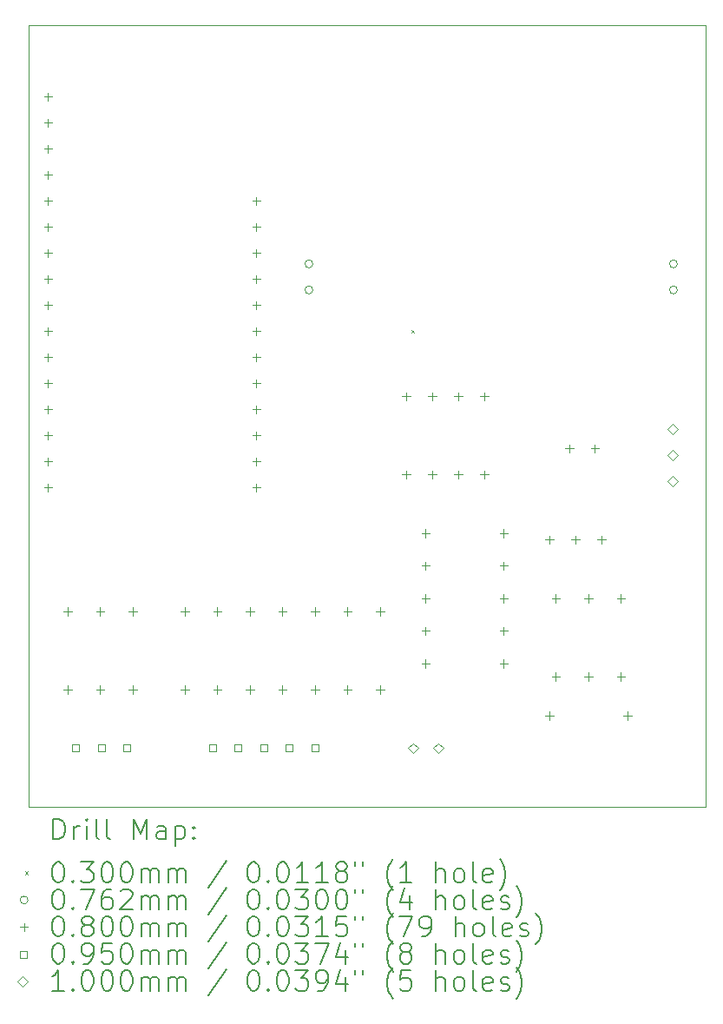
<source format=gbr>
%TF.GenerationSoftware,KiCad,Pcbnew,7.0.1-3b83917a11~172~ubuntu20.04.1*%
%TF.CreationDate,2023-04-20T11:00:41+02:00*%
%TF.ProjectId,aware,61776172-652e-46b6-9963-61645f706362,rev?*%
%TF.SameCoordinates,Original*%
%TF.FileFunction,Drillmap*%
%TF.FilePolarity,Positive*%
%FSLAX45Y45*%
G04 Gerber Fmt 4.5, Leading zero omitted, Abs format (unit mm)*
G04 Created by KiCad (PCBNEW 7.0.1-3b83917a11~172~ubuntu20.04.1) date 2023-04-20 11:00:41*
%MOMM*%
%LPD*%
G01*
G04 APERTURE LIST*
%ADD10C,0.100000*%
%ADD11C,0.200000*%
%ADD12C,0.030000*%
%ADD13C,0.076200*%
%ADD14C,0.080000*%
%ADD15C,0.095000*%
G04 APERTURE END LIST*
D10*
X9715500Y-3111500D02*
X16319500Y-3111500D01*
X16319500Y-10731500D01*
X9715500Y-10731500D01*
X9715500Y-3111500D01*
D11*
D12*
X13447000Y-6081000D02*
X13477000Y-6111000D01*
X13477000Y-6081000D02*
X13447000Y-6111000D01*
D13*
X12489100Y-5438500D02*
G75*
G03*
X12489100Y-5438500I-38100J0D01*
G01*
X12489100Y-5692500D02*
G75*
G03*
X12489100Y-5692500I-38100J0D01*
G01*
X16045100Y-5438500D02*
G75*
G03*
X16045100Y-5438500I-38100J0D01*
G01*
X16045100Y-5692500D02*
G75*
G03*
X16045100Y-5692500I-38100J0D01*
G01*
D14*
X9906000Y-3770000D02*
X9906000Y-3850000D01*
X9866000Y-3810000D02*
X9946000Y-3810000D01*
X9906000Y-4024000D02*
X9906000Y-4104000D01*
X9866000Y-4064000D02*
X9946000Y-4064000D01*
X9906000Y-4278000D02*
X9906000Y-4358000D01*
X9866000Y-4318000D02*
X9946000Y-4318000D01*
X9906000Y-4532000D02*
X9906000Y-4612000D01*
X9866000Y-4572000D02*
X9946000Y-4572000D01*
X9906000Y-4786000D02*
X9906000Y-4866000D01*
X9866000Y-4826000D02*
X9946000Y-4826000D01*
X9906000Y-5040000D02*
X9906000Y-5120000D01*
X9866000Y-5080000D02*
X9946000Y-5080000D01*
X9906000Y-5294000D02*
X9906000Y-5374000D01*
X9866000Y-5334000D02*
X9946000Y-5334000D01*
X9906000Y-5548000D02*
X9906000Y-5628000D01*
X9866000Y-5588000D02*
X9946000Y-5588000D01*
X9906000Y-5802000D02*
X9906000Y-5882000D01*
X9866000Y-5842000D02*
X9946000Y-5842000D01*
X9906000Y-6056000D02*
X9906000Y-6136000D01*
X9866000Y-6096000D02*
X9946000Y-6096000D01*
X9906000Y-6310000D02*
X9906000Y-6390000D01*
X9866000Y-6350000D02*
X9946000Y-6350000D01*
X9906000Y-6564000D02*
X9906000Y-6644000D01*
X9866000Y-6604000D02*
X9946000Y-6604000D01*
X9906000Y-6818000D02*
X9906000Y-6898000D01*
X9866000Y-6858000D02*
X9946000Y-6858000D01*
X9906000Y-7072000D02*
X9906000Y-7152000D01*
X9866000Y-7112000D02*
X9946000Y-7112000D01*
X9906000Y-7326000D02*
X9906000Y-7406000D01*
X9866000Y-7366000D02*
X9946000Y-7366000D01*
X9906000Y-7580000D02*
X9906000Y-7660000D01*
X9866000Y-7620000D02*
X9946000Y-7620000D01*
X10096500Y-8786500D02*
X10096500Y-8866500D01*
X10056500Y-8826500D02*
X10136500Y-8826500D01*
X10096500Y-9548500D02*
X10096500Y-9628500D01*
X10056500Y-9588500D02*
X10136500Y-9588500D01*
X10414000Y-8786500D02*
X10414000Y-8866500D01*
X10374000Y-8826500D02*
X10454000Y-8826500D01*
X10414000Y-9548500D02*
X10414000Y-9628500D01*
X10374000Y-9588500D02*
X10454000Y-9588500D01*
X10731500Y-8786500D02*
X10731500Y-8866500D01*
X10691500Y-8826500D02*
X10771500Y-8826500D01*
X10731500Y-9548500D02*
X10731500Y-9628500D01*
X10691500Y-9588500D02*
X10771500Y-9588500D01*
X11239500Y-8786500D02*
X11239500Y-8866500D01*
X11199500Y-8826500D02*
X11279500Y-8826500D01*
X11239500Y-9548500D02*
X11239500Y-9628500D01*
X11199500Y-9588500D02*
X11279500Y-9588500D01*
X11557000Y-8786500D02*
X11557000Y-8866500D01*
X11517000Y-8826500D02*
X11597000Y-8826500D01*
X11557000Y-9548500D02*
X11557000Y-9628500D01*
X11517000Y-9588500D02*
X11597000Y-9588500D01*
X11874500Y-8786500D02*
X11874500Y-8866500D01*
X11834500Y-8826500D02*
X11914500Y-8826500D01*
X11874500Y-9548500D02*
X11874500Y-9628500D01*
X11834500Y-9588500D02*
X11914500Y-9588500D01*
X11938000Y-4786000D02*
X11938000Y-4866000D01*
X11898000Y-4826000D02*
X11978000Y-4826000D01*
X11938000Y-5040000D02*
X11938000Y-5120000D01*
X11898000Y-5080000D02*
X11978000Y-5080000D01*
X11938000Y-5294000D02*
X11938000Y-5374000D01*
X11898000Y-5334000D02*
X11978000Y-5334000D01*
X11938000Y-5548000D02*
X11938000Y-5628000D01*
X11898000Y-5588000D02*
X11978000Y-5588000D01*
X11938000Y-5802000D02*
X11938000Y-5882000D01*
X11898000Y-5842000D02*
X11978000Y-5842000D01*
X11938000Y-6056000D02*
X11938000Y-6136000D01*
X11898000Y-6096000D02*
X11978000Y-6096000D01*
X11938000Y-6310000D02*
X11938000Y-6390000D01*
X11898000Y-6350000D02*
X11978000Y-6350000D01*
X11938000Y-6564000D02*
X11938000Y-6644000D01*
X11898000Y-6604000D02*
X11978000Y-6604000D01*
X11938000Y-6818000D02*
X11938000Y-6898000D01*
X11898000Y-6858000D02*
X11978000Y-6858000D01*
X11938000Y-7072000D02*
X11938000Y-7152000D01*
X11898000Y-7112000D02*
X11978000Y-7112000D01*
X11938000Y-7326000D02*
X11938000Y-7406000D01*
X11898000Y-7366000D02*
X11978000Y-7366000D01*
X11938000Y-7580000D02*
X11938000Y-7660000D01*
X11898000Y-7620000D02*
X11978000Y-7620000D01*
X12192000Y-8786500D02*
X12192000Y-8866500D01*
X12152000Y-8826500D02*
X12232000Y-8826500D01*
X12192000Y-9548500D02*
X12192000Y-9628500D01*
X12152000Y-9588500D02*
X12232000Y-9588500D01*
X12509500Y-8786500D02*
X12509500Y-8866500D01*
X12469500Y-8826500D02*
X12549500Y-8826500D01*
X12509500Y-9548500D02*
X12509500Y-9628500D01*
X12469500Y-9588500D02*
X12549500Y-9588500D01*
X12827000Y-8786500D02*
X12827000Y-8866500D01*
X12787000Y-8826500D02*
X12867000Y-8826500D01*
X12827000Y-9548500D02*
X12827000Y-9628500D01*
X12787000Y-9588500D02*
X12867000Y-9588500D01*
X13144500Y-8786500D02*
X13144500Y-8866500D01*
X13104500Y-8826500D02*
X13184500Y-8826500D01*
X13144500Y-9548500D02*
X13144500Y-9628500D01*
X13104500Y-9588500D02*
X13184500Y-9588500D01*
X13399500Y-6690000D02*
X13399500Y-6770000D01*
X13359500Y-6730000D02*
X13439500Y-6730000D01*
X13399500Y-7452000D02*
X13399500Y-7532000D01*
X13359500Y-7492000D02*
X13439500Y-7492000D01*
X13589000Y-8024500D02*
X13589000Y-8104500D01*
X13549000Y-8064500D02*
X13629000Y-8064500D01*
X13589000Y-8342000D02*
X13589000Y-8422000D01*
X13549000Y-8382000D02*
X13629000Y-8382000D01*
X13589000Y-8659500D02*
X13589000Y-8739500D01*
X13549000Y-8699500D02*
X13629000Y-8699500D01*
X13589000Y-8977000D02*
X13589000Y-9057000D01*
X13549000Y-9017000D02*
X13629000Y-9017000D01*
X13589000Y-9294500D02*
X13589000Y-9374500D01*
X13549000Y-9334500D02*
X13629000Y-9334500D01*
X13653500Y-6690000D02*
X13653500Y-6770000D01*
X13613500Y-6730000D02*
X13693500Y-6730000D01*
X13653500Y-7452000D02*
X13653500Y-7532000D01*
X13613500Y-7492000D02*
X13693500Y-7492000D01*
X13907500Y-6690000D02*
X13907500Y-6770000D01*
X13867500Y-6730000D02*
X13947500Y-6730000D01*
X13907500Y-7452000D02*
X13907500Y-7532000D01*
X13867500Y-7492000D02*
X13947500Y-7492000D01*
X14161500Y-6690000D02*
X14161500Y-6770000D01*
X14121500Y-6730000D02*
X14201500Y-6730000D01*
X14161500Y-7452000D02*
X14161500Y-7532000D01*
X14121500Y-7492000D02*
X14201500Y-7492000D01*
X14351000Y-8024500D02*
X14351000Y-8104500D01*
X14311000Y-8064500D02*
X14391000Y-8064500D01*
X14351000Y-8342000D02*
X14351000Y-8422000D01*
X14311000Y-8382000D02*
X14391000Y-8382000D01*
X14351000Y-8659500D02*
X14351000Y-8739500D01*
X14311000Y-8699500D02*
X14391000Y-8699500D01*
X14351000Y-8977000D02*
X14351000Y-9057000D01*
X14311000Y-9017000D02*
X14391000Y-9017000D01*
X14351000Y-9294500D02*
X14351000Y-9374500D01*
X14311000Y-9334500D02*
X14391000Y-9334500D01*
X14795500Y-8088000D02*
X14795500Y-8168000D01*
X14755500Y-8128000D02*
X14835500Y-8128000D01*
X14795500Y-9802500D02*
X14795500Y-9882500D01*
X14755500Y-9842500D02*
X14835500Y-9842500D01*
X14859000Y-8659500D02*
X14859000Y-8739500D01*
X14819000Y-8699500D02*
X14899000Y-8699500D01*
X14859000Y-9421500D02*
X14859000Y-9501500D01*
X14819000Y-9461500D02*
X14899000Y-9461500D01*
X14990000Y-7199000D02*
X14990000Y-7279000D01*
X14950000Y-7239000D02*
X15030000Y-7239000D01*
X15049500Y-8088000D02*
X15049500Y-8168000D01*
X15009500Y-8128000D02*
X15089500Y-8128000D01*
X15176500Y-8659500D02*
X15176500Y-8739500D01*
X15136500Y-8699500D02*
X15216500Y-8699500D01*
X15176500Y-9421500D02*
X15176500Y-9501500D01*
X15136500Y-9461500D02*
X15216500Y-9461500D01*
X15240000Y-7199000D02*
X15240000Y-7279000D01*
X15200000Y-7239000D02*
X15280000Y-7239000D01*
X15303500Y-8088000D02*
X15303500Y-8168000D01*
X15263500Y-8128000D02*
X15343500Y-8128000D01*
X15494000Y-8659500D02*
X15494000Y-8739500D01*
X15454000Y-8699500D02*
X15534000Y-8699500D01*
X15494000Y-9421500D02*
X15494000Y-9501500D01*
X15454000Y-9461500D02*
X15534000Y-9461500D01*
X15557500Y-9802500D02*
X15557500Y-9882500D01*
X15517500Y-9842500D02*
X15597500Y-9842500D01*
D15*
X10209588Y-10193588D02*
X10209588Y-10126412D01*
X10142412Y-10126412D01*
X10142412Y-10193588D01*
X10209588Y-10193588D01*
X10459588Y-10193588D02*
X10459588Y-10126412D01*
X10392412Y-10126412D01*
X10392412Y-10193588D01*
X10459588Y-10193588D01*
X10709588Y-10193588D02*
X10709588Y-10126412D01*
X10642412Y-10126412D01*
X10642412Y-10193588D01*
X10709588Y-10193588D01*
X11543088Y-10193588D02*
X11543088Y-10126412D01*
X11475912Y-10126412D01*
X11475912Y-10193588D01*
X11543088Y-10193588D01*
X11793088Y-10193588D02*
X11793088Y-10126412D01*
X11725912Y-10126412D01*
X11725912Y-10193588D01*
X11793088Y-10193588D01*
X12043088Y-10193588D02*
X12043088Y-10126412D01*
X11975912Y-10126412D01*
X11975912Y-10193588D01*
X12043088Y-10193588D01*
X12293088Y-10193588D02*
X12293088Y-10126412D01*
X12225912Y-10126412D01*
X12225912Y-10193588D01*
X12293088Y-10193588D01*
X12543088Y-10193588D02*
X12543088Y-10126412D01*
X12475912Y-10126412D01*
X12475912Y-10193588D01*
X12543088Y-10193588D01*
D10*
X13466000Y-10210000D02*
X13516000Y-10160000D01*
X13466000Y-10110000D01*
X13416000Y-10160000D01*
X13466000Y-10210000D01*
X13716000Y-10210000D02*
X13766000Y-10160000D01*
X13716000Y-10110000D01*
X13666000Y-10160000D01*
X13716000Y-10210000D01*
X16002000Y-7098500D02*
X16052000Y-7048500D01*
X16002000Y-6998500D01*
X15952000Y-7048500D01*
X16002000Y-7098500D01*
X16002000Y-7352500D02*
X16052000Y-7302500D01*
X16002000Y-7252500D01*
X15952000Y-7302500D01*
X16002000Y-7352500D01*
X16002000Y-7606500D02*
X16052000Y-7556500D01*
X16002000Y-7506500D01*
X15952000Y-7556500D01*
X16002000Y-7606500D01*
D11*
X9958119Y-11049024D02*
X9958119Y-10849024D01*
X9958119Y-10849024D02*
X10005738Y-10849024D01*
X10005738Y-10849024D02*
X10034310Y-10858548D01*
X10034310Y-10858548D02*
X10053357Y-10877595D01*
X10053357Y-10877595D02*
X10062881Y-10896643D01*
X10062881Y-10896643D02*
X10072405Y-10934738D01*
X10072405Y-10934738D02*
X10072405Y-10963310D01*
X10072405Y-10963310D02*
X10062881Y-11001405D01*
X10062881Y-11001405D02*
X10053357Y-11020452D01*
X10053357Y-11020452D02*
X10034310Y-11039500D01*
X10034310Y-11039500D02*
X10005738Y-11049024D01*
X10005738Y-11049024D02*
X9958119Y-11049024D01*
X10158119Y-11049024D02*
X10158119Y-10915690D01*
X10158119Y-10953786D02*
X10167643Y-10934738D01*
X10167643Y-10934738D02*
X10177167Y-10925214D01*
X10177167Y-10925214D02*
X10196214Y-10915690D01*
X10196214Y-10915690D02*
X10215262Y-10915690D01*
X10281929Y-11049024D02*
X10281929Y-10915690D01*
X10281929Y-10849024D02*
X10272405Y-10858548D01*
X10272405Y-10858548D02*
X10281929Y-10868071D01*
X10281929Y-10868071D02*
X10291452Y-10858548D01*
X10291452Y-10858548D02*
X10281929Y-10849024D01*
X10281929Y-10849024D02*
X10281929Y-10868071D01*
X10405738Y-11049024D02*
X10386690Y-11039500D01*
X10386690Y-11039500D02*
X10377167Y-11020452D01*
X10377167Y-11020452D02*
X10377167Y-10849024D01*
X10510500Y-11049024D02*
X10491452Y-11039500D01*
X10491452Y-11039500D02*
X10481929Y-11020452D01*
X10481929Y-11020452D02*
X10481929Y-10849024D01*
X10739071Y-11049024D02*
X10739071Y-10849024D01*
X10739071Y-10849024D02*
X10805738Y-10991881D01*
X10805738Y-10991881D02*
X10872405Y-10849024D01*
X10872405Y-10849024D02*
X10872405Y-11049024D01*
X11053357Y-11049024D02*
X11053357Y-10944262D01*
X11053357Y-10944262D02*
X11043833Y-10925214D01*
X11043833Y-10925214D02*
X11024786Y-10915690D01*
X11024786Y-10915690D02*
X10986690Y-10915690D01*
X10986690Y-10915690D02*
X10967643Y-10925214D01*
X11053357Y-11039500D02*
X11034310Y-11049024D01*
X11034310Y-11049024D02*
X10986690Y-11049024D01*
X10986690Y-11049024D02*
X10967643Y-11039500D01*
X10967643Y-11039500D02*
X10958119Y-11020452D01*
X10958119Y-11020452D02*
X10958119Y-11001405D01*
X10958119Y-11001405D02*
X10967643Y-10982357D01*
X10967643Y-10982357D02*
X10986690Y-10972833D01*
X10986690Y-10972833D02*
X11034310Y-10972833D01*
X11034310Y-10972833D02*
X11053357Y-10963310D01*
X11148595Y-10915690D02*
X11148595Y-11115690D01*
X11148595Y-10925214D02*
X11167643Y-10915690D01*
X11167643Y-10915690D02*
X11205738Y-10915690D01*
X11205738Y-10915690D02*
X11224786Y-10925214D01*
X11224786Y-10925214D02*
X11234309Y-10934738D01*
X11234309Y-10934738D02*
X11243833Y-10953786D01*
X11243833Y-10953786D02*
X11243833Y-11010929D01*
X11243833Y-11010929D02*
X11234309Y-11029976D01*
X11234309Y-11029976D02*
X11224786Y-11039500D01*
X11224786Y-11039500D02*
X11205738Y-11049024D01*
X11205738Y-11049024D02*
X11167643Y-11049024D01*
X11167643Y-11049024D02*
X11148595Y-11039500D01*
X11329548Y-11029976D02*
X11339071Y-11039500D01*
X11339071Y-11039500D02*
X11329548Y-11049024D01*
X11329548Y-11049024D02*
X11320024Y-11039500D01*
X11320024Y-11039500D02*
X11329548Y-11029976D01*
X11329548Y-11029976D02*
X11329548Y-11049024D01*
X11329548Y-10925214D02*
X11339071Y-10934738D01*
X11339071Y-10934738D02*
X11329548Y-10944262D01*
X11329548Y-10944262D02*
X11320024Y-10934738D01*
X11320024Y-10934738D02*
X11329548Y-10925214D01*
X11329548Y-10925214D02*
X11329548Y-10944262D01*
D12*
X9680500Y-11361500D02*
X9710500Y-11391500D01*
X9710500Y-11361500D02*
X9680500Y-11391500D01*
D11*
X9996214Y-11269024D02*
X10015262Y-11269024D01*
X10015262Y-11269024D02*
X10034310Y-11278548D01*
X10034310Y-11278548D02*
X10043833Y-11288071D01*
X10043833Y-11288071D02*
X10053357Y-11307119D01*
X10053357Y-11307119D02*
X10062881Y-11345214D01*
X10062881Y-11345214D02*
X10062881Y-11392833D01*
X10062881Y-11392833D02*
X10053357Y-11430928D01*
X10053357Y-11430928D02*
X10043833Y-11449976D01*
X10043833Y-11449976D02*
X10034310Y-11459500D01*
X10034310Y-11459500D02*
X10015262Y-11469024D01*
X10015262Y-11469024D02*
X9996214Y-11469024D01*
X9996214Y-11469024D02*
X9977167Y-11459500D01*
X9977167Y-11459500D02*
X9967643Y-11449976D01*
X9967643Y-11449976D02*
X9958119Y-11430928D01*
X9958119Y-11430928D02*
X9948595Y-11392833D01*
X9948595Y-11392833D02*
X9948595Y-11345214D01*
X9948595Y-11345214D02*
X9958119Y-11307119D01*
X9958119Y-11307119D02*
X9967643Y-11288071D01*
X9967643Y-11288071D02*
X9977167Y-11278548D01*
X9977167Y-11278548D02*
X9996214Y-11269024D01*
X10148595Y-11449976D02*
X10158119Y-11459500D01*
X10158119Y-11459500D02*
X10148595Y-11469024D01*
X10148595Y-11469024D02*
X10139071Y-11459500D01*
X10139071Y-11459500D02*
X10148595Y-11449976D01*
X10148595Y-11449976D02*
X10148595Y-11469024D01*
X10224786Y-11269024D02*
X10348595Y-11269024D01*
X10348595Y-11269024D02*
X10281929Y-11345214D01*
X10281929Y-11345214D02*
X10310500Y-11345214D01*
X10310500Y-11345214D02*
X10329548Y-11354738D01*
X10329548Y-11354738D02*
X10339071Y-11364262D01*
X10339071Y-11364262D02*
X10348595Y-11383309D01*
X10348595Y-11383309D02*
X10348595Y-11430928D01*
X10348595Y-11430928D02*
X10339071Y-11449976D01*
X10339071Y-11449976D02*
X10329548Y-11459500D01*
X10329548Y-11459500D02*
X10310500Y-11469024D01*
X10310500Y-11469024D02*
X10253357Y-11469024D01*
X10253357Y-11469024D02*
X10234310Y-11459500D01*
X10234310Y-11459500D02*
X10224786Y-11449976D01*
X10472405Y-11269024D02*
X10491452Y-11269024D01*
X10491452Y-11269024D02*
X10510500Y-11278548D01*
X10510500Y-11278548D02*
X10520024Y-11288071D01*
X10520024Y-11288071D02*
X10529548Y-11307119D01*
X10529548Y-11307119D02*
X10539071Y-11345214D01*
X10539071Y-11345214D02*
X10539071Y-11392833D01*
X10539071Y-11392833D02*
X10529548Y-11430928D01*
X10529548Y-11430928D02*
X10520024Y-11449976D01*
X10520024Y-11449976D02*
X10510500Y-11459500D01*
X10510500Y-11459500D02*
X10491452Y-11469024D01*
X10491452Y-11469024D02*
X10472405Y-11469024D01*
X10472405Y-11469024D02*
X10453357Y-11459500D01*
X10453357Y-11459500D02*
X10443833Y-11449976D01*
X10443833Y-11449976D02*
X10434310Y-11430928D01*
X10434310Y-11430928D02*
X10424786Y-11392833D01*
X10424786Y-11392833D02*
X10424786Y-11345214D01*
X10424786Y-11345214D02*
X10434310Y-11307119D01*
X10434310Y-11307119D02*
X10443833Y-11288071D01*
X10443833Y-11288071D02*
X10453357Y-11278548D01*
X10453357Y-11278548D02*
X10472405Y-11269024D01*
X10662881Y-11269024D02*
X10681929Y-11269024D01*
X10681929Y-11269024D02*
X10700976Y-11278548D01*
X10700976Y-11278548D02*
X10710500Y-11288071D01*
X10710500Y-11288071D02*
X10720024Y-11307119D01*
X10720024Y-11307119D02*
X10729548Y-11345214D01*
X10729548Y-11345214D02*
X10729548Y-11392833D01*
X10729548Y-11392833D02*
X10720024Y-11430928D01*
X10720024Y-11430928D02*
X10710500Y-11449976D01*
X10710500Y-11449976D02*
X10700976Y-11459500D01*
X10700976Y-11459500D02*
X10681929Y-11469024D01*
X10681929Y-11469024D02*
X10662881Y-11469024D01*
X10662881Y-11469024D02*
X10643833Y-11459500D01*
X10643833Y-11459500D02*
X10634310Y-11449976D01*
X10634310Y-11449976D02*
X10624786Y-11430928D01*
X10624786Y-11430928D02*
X10615262Y-11392833D01*
X10615262Y-11392833D02*
X10615262Y-11345214D01*
X10615262Y-11345214D02*
X10624786Y-11307119D01*
X10624786Y-11307119D02*
X10634310Y-11288071D01*
X10634310Y-11288071D02*
X10643833Y-11278548D01*
X10643833Y-11278548D02*
X10662881Y-11269024D01*
X10815262Y-11469024D02*
X10815262Y-11335690D01*
X10815262Y-11354738D02*
X10824786Y-11345214D01*
X10824786Y-11345214D02*
X10843833Y-11335690D01*
X10843833Y-11335690D02*
X10872405Y-11335690D01*
X10872405Y-11335690D02*
X10891452Y-11345214D01*
X10891452Y-11345214D02*
X10900976Y-11364262D01*
X10900976Y-11364262D02*
X10900976Y-11469024D01*
X10900976Y-11364262D02*
X10910500Y-11345214D01*
X10910500Y-11345214D02*
X10929548Y-11335690D01*
X10929548Y-11335690D02*
X10958119Y-11335690D01*
X10958119Y-11335690D02*
X10977167Y-11345214D01*
X10977167Y-11345214D02*
X10986691Y-11364262D01*
X10986691Y-11364262D02*
X10986691Y-11469024D01*
X11081929Y-11469024D02*
X11081929Y-11335690D01*
X11081929Y-11354738D02*
X11091452Y-11345214D01*
X11091452Y-11345214D02*
X11110500Y-11335690D01*
X11110500Y-11335690D02*
X11139072Y-11335690D01*
X11139072Y-11335690D02*
X11158119Y-11345214D01*
X11158119Y-11345214D02*
X11167643Y-11364262D01*
X11167643Y-11364262D02*
X11167643Y-11469024D01*
X11167643Y-11364262D02*
X11177167Y-11345214D01*
X11177167Y-11345214D02*
X11196214Y-11335690D01*
X11196214Y-11335690D02*
X11224786Y-11335690D01*
X11224786Y-11335690D02*
X11243833Y-11345214D01*
X11243833Y-11345214D02*
X11253357Y-11364262D01*
X11253357Y-11364262D02*
X11253357Y-11469024D01*
X11643833Y-11259500D02*
X11472405Y-11516643D01*
X11900976Y-11269024D02*
X11920024Y-11269024D01*
X11920024Y-11269024D02*
X11939072Y-11278548D01*
X11939072Y-11278548D02*
X11948595Y-11288071D01*
X11948595Y-11288071D02*
X11958119Y-11307119D01*
X11958119Y-11307119D02*
X11967643Y-11345214D01*
X11967643Y-11345214D02*
X11967643Y-11392833D01*
X11967643Y-11392833D02*
X11958119Y-11430928D01*
X11958119Y-11430928D02*
X11948595Y-11449976D01*
X11948595Y-11449976D02*
X11939072Y-11459500D01*
X11939072Y-11459500D02*
X11920024Y-11469024D01*
X11920024Y-11469024D02*
X11900976Y-11469024D01*
X11900976Y-11469024D02*
X11881929Y-11459500D01*
X11881929Y-11459500D02*
X11872405Y-11449976D01*
X11872405Y-11449976D02*
X11862881Y-11430928D01*
X11862881Y-11430928D02*
X11853357Y-11392833D01*
X11853357Y-11392833D02*
X11853357Y-11345214D01*
X11853357Y-11345214D02*
X11862881Y-11307119D01*
X11862881Y-11307119D02*
X11872405Y-11288071D01*
X11872405Y-11288071D02*
X11881929Y-11278548D01*
X11881929Y-11278548D02*
X11900976Y-11269024D01*
X12053357Y-11449976D02*
X12062881Y-11459500D01*
X12062881Y-11459500D02*
X12053357Y-11469024D01*
X12053357Y-11469024D02*
X12043833Y-11459500D01*
X12043833Y-11459500D02*
X12053357Y-11449976D01*
X12053357Y-11449976D02*
X12053357Y-11469024D01*
X12186691Y-11269024D02*
X12205738Y-11269024D01*
X12205738Y-11269024D02*
X12224786Y-11278548D01*
X12224786Y-11278548D02*
X12234310Y-11288071D01*
X12234310Y-11288071D02*
X12243833Y-11307119D01*
X12243833Y-11307119D02*
X12253357Y-11345214D01*
X12253357Y-11345214D02*
X12253357Y-11392833D01*
X12253357Y-11392833D02*
X12243833Y-11430928D01*
X12243833Y-11430928D02*
X12234310Y-11449976D01*
X12234310Y-11449976D02*
X12224786Y-11459500D01*
X12224786Y-11459500D02*
X12205738Y-11469024D01*
X12205738Y-11469024D02*
X12186691Y-11469024D01*
X12186691Y-11469024D02*
X12167643Y-11459500D01*
X12167643Y-11459500D02*
X12158119Y-11449976D01*
X12158119Y-11449976D02*
X12148595Y-11430928D01*
X12148595Y-11430928D02*
X12139072Y-11392833D01*
X12139072Y-11392833D02*
X12139072Y-11345214D01*
X12139072Y-11345214D02*
X12148595Y-11307119D01*
X12148595Y-11307119D02*
X12158119Y-11288071D01*
X12158119Y-11288071D02*
X12167643Y-11278548D01*
X12167643Y-11278548D02*
X12186691Y-11269024D01*
X12443833Y-11469024D02*
X12329548Y-11469024D01*
X12386691Y-11469024D02*
X12386691Y-11269024D01*
X12386691Y-11269024D02*
X12367643Y-11297595D01*
X12367643Y-11297595D02*
X12348595Y-11316643D01*
X12348595Y-11316643D02*
X12329548Y-11326167D01*
X12634310Y-11469024D02*
X12520024Y-11469024D01*
X12577167Y-11469024D02*
X12577167Y-11269024D01*
X12577167Y-11269024D02*
X12558119Y-11297595D01*
X12558119Y-11297595D02*
X12539072Y-11316643D01*
X12539072Y-11316643D02*
X12520024Y-11326167D01*
X12748595Y-11354738D02*
X12729548Y-11345214D01*
X12729548Y-11345214D02*
X12720024Y-11335690D01*
X12720024Y-11335690D02*
X12710500Y-11316643D01*
X12710500Y-11316643D02*
X12710500Y-11307119D01*
X12710500Y-11307119D02*
X12720024Y-11288071D01*
X12720024Y-11288071D02*
X12729548Y-11278548D01*
X12729548Y-11278548D02*
X12748595Y-11269024D01*
X12748595Y-11269024D02*
X12786691Y-11269024D01*
X12786691Y-11269024D02*
X12805738Y-11278548D01*
X12805738Y-11278548D02*
X12815262Y-11288071D01*
X12815262Y-11288071D02*
X12824786Y-11307119D01*
X12824786Y-11307119D02*
X12824786Y-11316643D01*
X12824786Y-11316643D02*
X12815262Y-11335690D01*
X12815262Y-11335690D02*
X12805738Y-11345214D01*
X12805738Y-11345214D02*
X12786691Y-11354738D01*
X12786691Y-11354738D02*
X12748595Y-11354738D01*
X12748595Y-11354738D02*
X12729548Y-11364262D01*
X12729548Y-11364262D02*
X12720024Y-11373786D01*
X12720024Y-11373786D02*
X12710500Y-11392833D01*
X12710500Y-11392833D02*
X12710500Y-11430928D01*
X12710500Y-11430928D02*
X12720024Y-11449976D01*
X12720024Y-11449976D02*
X12729548Y-11459500D01*
X12729548Y-11459500D02*
X12748595Y-11469024D01*
X12748595Y-11469024D02*
X12786691Y-11469024D01*
X12786691Y-11469024D02*
X12805738Y-11459500D01*
X12805738Y-11459500D02*
X12815262Y-11449976D01*
X12815262Y-11449976D02*
X12824786Y-11430928D01*
X12824786Y-11430928D02*
X12824786Y-11392833D01*
X12824786Y-11392833D02*
X12815262Y-11373786D01*
X12815262Y-11373786D02*
X12805738Y-11364262D01*
X12805738Y-11364262D02*
X12786691Y-11354738D01*
X12900976Y-11269024D02*
X12900976Y-11307119D01*
X12977167Y-11269024D02*
X12977167Y-11307119D01*
X13272405Y-11545214D02*
X13262881Y-11535690D01*
X13262881Y-11535690D02*
X13243834Y-11507119D01*
X13243834Y-11507119D02*
X13234310Y-11488071D01*
X13234310Y-11488071D02*
X13224786Y-11459500D01*
X13224786Y-11459500D02*
X13215262Y-11411881D01*
X13215262Y-11411881D02*
X13215262Y-11373786D01*
X13215262Y-11373786D02*
X13224786Y-11326167D01*
X13224786Y-11326167D02*
X13234310Y-11297595D01*
X13234310Y-11297595D02*
X13243834Y-11278548D01*
X13243834Y-11278548D02*
X13262881Y-11249976D01*
X13262881Y-11249976D02*
X13272405Y-11240452D01*
X13453357Y-11469024D02*
X13339072Y-11469024D01*
X13396214Y-11469024D02*
X13396214Y-11269024D01*
X13396214Y-11269024D02*
X13377167Y-11297595D01*
X13377167Y-11297595D02*
X13358119Y-11316643D01*
X13358119Y-11316643D02*
X13339072Y-11326167D01*
X13691453Y-11469024D02*
X13691453Y-11269024D01*
X13777167Y-11469024D02*
X13777167Y-11364262D01*
X13777167Y-11364262D02*
X13767643Y-11345214D01*
X13767643Y-11345214D02*
X13748596Y-11335690D01*
X13748596Y-11335690D02*
X13720024Y-11335690D01*
X13720024Y-11335690D02*
X13700976Y-11345214D01*
X13700976Y-11345214D02*
X13691453Y-11354738D01*
X13900976Y-11469024D02*
X13881929Y-11459500D01*
X13881929Y-11459500D02*
X13872405Y-11449976D01*
X13872405Y-11449976D02*
X13862881Y-11430928D01*
X13862881Y-11430928D02*
X13862881Y-11373786D01*
X13862881Y-11373786D02*
X13872405Y-11354738D01*
X13872405Y-11354738D02*
X13881929Y-11345214D01*
X13881929Y-11345214D02*
X13900976Y-11335690D01*
X13900976Y-11335690D02*
X13929548Y-11335690D01*
X13929548Y-11335690D02*
X13948596Y-11345214D01*
X13948596Y-11345214D02*
X13958119Y-11354738D01*
X13958119Y-11354738D02*
X13967643Y-11373786D01*
X13967643Y-11373786D02*
X13967643Y-11430928D01*
X13967643Y-11430928D02*
X13958119Y-11449976D01*
X13958119Y-11449976D02*
X13948596Y-11459500D01*
X13948596Y-11459500D02*
X13929548Y-11469024D01*
X13929548Y-11469024D02*
X13900976Y-11469024D01*
X14081929Y-11469024D02*
X14062881Y-11459500D01*
X14062881Y-11459500D02*
X14053357Y-11440452D01*
X14053357Y-11440452D02*
X14053357Y-11269024D01*
X14234310Y-11459500D02*
X14215262Y-11469024D01*
X14215262Y-11469024D02*
X14177167Y-11469024D01*
X14177167Y-11469024D02*
X14158119Y-11459500D01*
X14158119Y-11459500D02*
X14148596Y-11440452D01*
X14148596Y-11440452D02*
X14148596Y-11364262D01*
X14148596Y-11364262D02*
X14158119Y-11345214D01*
X14158119Y-11345214D02*
X14177167Y-11335690D01*
X14177167Y-11335690D02*
X14215262Y-11335690D01*
X14215262Y-11335690D02*
X14234310Y-11345214D01*
X14234310Y-11345214D02*
X14243834Y-11364262D01*
X14243834Y-11364262D02*
X14243834Y-11383309D01*
X14243834Y-11383309D02*
X14148596Y-11402357D01*
X14310500Y-11545214D02*
X14320024Y-11535690D01*
X14320024Y-11535690D02*
X14339072Y-11507119D01*
X14339072Y-11507119D02*
X14348596Y-11488071D01*
X14348596Y-11488071D02*
X14358119Y-11459500D01*
X14358119Y-11459500D02*
X14367643Y-11411881D01*
X14367643Y-11411881D02*
X14367643Y-11373786D01*
X14367643Y-11373786D02*
X14358119Y-11326167D01*
X14358119Y-11326167D02*
X14348596Y-11297595D01*
X14348596Y-11297595D02*
X14339072Y-11278548D01*
X14339072Y-11278548D02*
X14320024Y-11249976D01*
X14320024Y-11249976D02*
X14310500Y-11240452D01*
D13*
X9710500Y-11640500D02*
G75*
G03*
X9710500Y-11640500I-38100J0D01*
G01*
D11*
X9996214Y-11533024D02*
X10015262Y-11533024D01*
X10015262Y-11533024D02*
X10034310Y-11542548D01*
X10034310Y-11542548D02*
X10043833Y-11552071D01*
X10043833Y-11552071D02*
X10053357Y-11571119D01*
X10053357Y-11571119D02*
X10062881Y-11609214D01*
X10062881Y-11609214D02*
X10062881Y-11656833D01*
X10062881Y-11656833D02*
X10053357Y-11694928D01*
X10053357Y-11694928D02*
X10043833Y-11713976D01*
X10043833Y-11713976D02*
X10034310Y-11723500D01*
X10034310Y-11723500D02*
X10015262Y-11733024D01*
X10015262Y-11733024D02*
X9996214Y-11733024D01*
X9996214Y-11733024D02*
X9977167Y-11723500D01*
X9977167Y-11723500D02*
X9967643Y-11713976D01*
X9967643Y-11713976D02*
X9958119Y-11694928D01*
X9958119Y-11694928D02*
X9948595Y-11656833D01*
X9948595Y-11656833D02*
X9948595Y-11609214D01*
X9948595Y-11609214D02*
X9958119Y-11571119D01*
X9958119Y-11571119D02*
X9967643Y-11552071D01*
X9967643Y-11552071D02*
X9977167Y-11542548D01*
X9977167Y-11542548D02*
X9996214Y-11533024D01*
X10148595Y-11713976D02*
X10158119Y-11723500D01*
X10158119Y-11723500D02*
X10148595Y-11733024D01*
X10148595Y-11733024D02*
X10139071Y-11723500D01*
X10139071Y-11723500D02*
X10148595Y-11713976D01*
X10148595Y-11713976D02*
X10148595Y-11733024D01*
X10224786Y-11533024D02*
X10358119Y-11533024D01*
X10358119Y-11533024D02*
X10272405Y-11733024D01*
X10520024Y-11533024D02*
X10481929Y-11533024D01*
X10481929Y-11533024D02*
X10462881Y-11542548D01*
X10462881Y-11542548D02*
X10453357Y-11552071D01*
X10453357Y-11552071D02*
X10434310Y-11580643D01*
X10434310Y-11580643D02*
X10424786Y-11618738D01*
X10424786Y-11618738D02*
X10424786Y-11694928D01*
X10424786Y-11694928D02*
X10434310Y-11713976D01*
X10434310Y-11713976D02*
X10443833Y-11723500D01*
X10443833Y-11723500D02*
X10462881Y-11733024D01*
X10462881Y-11733024D02*
X10500976Y-11733024D01*
X10500976Y-11733024D02*
X10520024Y-11723500D01*
X10520024Y-11723500D02*
X10529548Y-11713976D01*
X10529548Y-11713976D02*
X10539071Y-11694928D01*
X10539071Y-11694928D02*
X10539071Y-11647309D01*
X10539071Y-11647309D02*
X10529548Y-11628262D01*
X10529548Y-11628262D02*
X10520024Y-11618738D01*
X10520024Y-11618738D02*
X10500976Y-11609214D01*
X10500976Y-11609214D02*
X10462881Y-11609214D01*
X10462881Y-11609214D02*
X10443833Y-11618738D01*
X10443833Y-11618738D02*
X10434310Y-11628262D01*
X10434310Y-11628262D02*
X10424786Y-11647309D01*
X10615262Y-11552071D02*
X10624786Y-11542548D01*
X10624786Y-11542548D02*
X10643833Y-11533024D01*
X10643833Y-11533024D02*
X10691452Y-11533024D01*
X10691452Y-11533024D02*
X10710500Y-11542548D01*
X10710500Y-11542548D02*
X10720024Y-11552071D01*
X10720024Y-11552071D02*
X10729548Y-11571119D01*
X10729548Y-11571119D02*
X10729548Y-11590167D01*
X10729548Y-11590167D02*
X10720024Y-11618738D01*
X10720024Y-11618738D02*
X10605738Y-11733024D01*
X10605738Y-11733024D02*
X10729548Y-11733024D01*
X10815262Y-11733024D02*
X10815262Y-11599690D01*
X10815262Y-11618738D02*
X10824786Y-11609214D01*
X10824786Y-11609214D02*
X10843833Y-11599690D01*
X10843833Y-11599690D02*
X10872405Y-11599690D01*
X10872405Y-11599690D02*
X10891452Y-11609214D01*
X10891452Y-11609214D02*
X10900976Y-11628262D01*
X10900976Y-11628262D02*
X10900976Y-11733024D01*
X10900976Y-11628262D02*
X10910500Y-11609214D01*
X10910500Y-11609214D02*
X10929548Y-11599690D01*
X10929548Y-11599690D02*
X10958119Y-11599690D01*
X10958119Y-11599690D02*
X10977167Y-11609214D01*
X10977167Y-11609214D02*
X10986691Y-11628262D01*
X10986691Y-11628262D02*
X10986691Y-11733024D01*
X11081929Y-11733024D02*
X11081929Y-11599690D01*
X11081929Y-11618738D02*
X11091452Y-11609214D01*
X11091452Y-11609214D02*
X11110500Y-11599690D01*
X11110500Y-11599690D02*
X11139072Y-11599690D01*
X11139072Y-11599690D02*
X11158119Y-11609214D01*
X11158119Y-11609214D02*
X11167643Y-11628262D01*
X11167643Y-11628262D02*
X11167643Y-11733024D01*
X11167643Y-11628262D02*
X11177167Y-11609214D01*
X11177167Y-11609214D02*
X11196214Y-11599690D01*
X11196214Y-11599690D02*
X11224786Y-11599690D01*
X11224786Y-11599690D02*
X11243833Y-11609214D01*
X11243833Y-11609214D02*
X11253357Y-11628262D01*
X11253357Y-11628262D02*
X11253357Y-11733024D01*
X11643833Y-11523500D02*
X11472405Y-11780643D01*
X11900976Y-11533024D02*
X11920024Y-11533024D01*
X11920024Y-11533024D02*
X11939072Y-11542548D01*
X11939072Y-11542548D02*
X11948595Y-11552071D01*
X11948595Y-11552071D02*
X11958119Y-11571119D01*
X11958119Y-11571119D02*
X11967643Y-11609214D01*
X11967643Y-11609214D02*
X11967643Y-11656833D01*
X11967643Y-11656833D02*
X11958119Y-11694928D01*
X11958119Y-11694928D02*
X11948595Y-11713976D01*
X11948595Y-11713976D02*
X11939072Y-11723500D01*
X11939072Y-11723500D02*
X11920024Y-11733024D01*
X11920024Y-11733024D02*
X11900976Y-11733024D01*
X11900976Y-11733024D02*
X11881929Y-11723500D01*
X11881929Y-11723500D02*
X11872405Y-11713976D01*
X11872405Y-11713976D02*
X11862881Y-11694928D01*
X11862881Y-11694928D02*
X11853357Y-11656833D01*
X11853357Y-11656833D02*
X11853357Y-11609214D01*
X11853357Y-11609214D02*
X11862881Y-11571119D01*
X11862881Y-11571119D02*
X11872405Y-11552071D01*
X11872405Y-11552071D02*
X11881929Y-11542548D01*
X11881929Y-11542548D02*
X11900976Y-11533024D01*
X12053357Y-11713976D02*
X12062881Y-11723500D01*
X12062881Y-11723500D02*
X12053357Y-11733024D01*
X12053357Y-11733024D02*
X12043833Y-11723500D01*
X12043833Y-11723500D02*
X12053357Y-11713976D01*
X12053357Y-11713976D02*
X12053357Y-11733024D01*
X12186691Y-11533024D02*
X12205738Y-11533024D01*
X12205738Y-11533024D02*
X12224786Y-11542548D01*
X12224786Y-11542548D02*
X12234310Y-11552071D01*
X12234310Y-11552071D02*
X12243833Y-11571119D01*
X12243833Y-11571119D02*
X12253357Y-11609214D01*
X12253357Y-11609214D02*
X12253357Y-11656833D01*
X12253357Y-11656833D02*
X12243833Y-11694928D01*
X12243833Y-11694928D02*
X12234310Y-11713976D01*
X12234310Y-11713976D02*
X12224786Y-11723500D01*
X12224786Y-11723500D02*
X12205738Y-11733024D01*
X12205738Y-11733024D02*
X12186691Y-11733024D01*
X12186691Y-11733024D02*
X12167643Y-11723500D01*
X12167643Y-11723500D02*
X12158119Y-11713976D01*
X12158119Y-11713976D02*
X12148595Y-11694928D01*
X12148595Y-11694928D02*
X12139072Y-11656833D01*
X12139072Y-11656833D02*
X12139072Y-11609214D01*
X12139072Y-11609214D02*
X12148595Y-11571119D01*
X12148595Y-11571119D02*
X12158119Y-11552071D01*
X12158119Y-11552071D02*
X12167643Y-11542548D01*
X12167643Y-11542548D02*
X12186691Y-11533024D01*
X12320024Y-11533024D02*
X12443833Y-11533024D01*
X12443833Y-11533024D02*
X12377167Y-11609214D01*
X12377167Y-11609214D02*
X12405738Y-11609214D01*
X12405738Y-11609214D02*
X12424786Y-11618738D01*
X12424786Y-11618738D02*
X12434310Y-11628262D01*
X12434310Y-11628262D02*
X12443833Y-11647309D01*
X12443833Y-11647309D02*
X12443833Y-11694928D01*
X12443833Y-11694928D02*
X12434310Y-11713976D01*
X12434310Y-11713976D02*
X12424786Y-11723500D01*
X12424786Y-11723500D02*
X12405738Y-11733024D01*
X12405738Y-11733024D02*
X12348595Y-11733024D01*
X12348595Y-11733024D02*
X12329548Y-11723500D01*
X12329548Y-11723500D02*
X12320024Y-11713976D01*
X12567643Y-11533024D02*
X12586691Y-11533024D01*
X12586691Y-11533024D02*
X12605738Y-11542548D01*
X12605738Y-11542548D02*
X12615262Y-11552071D01*
X12615262Y-11552071D02*
X12624786Y-11571119D01*
X12624786Y-11571119D02*
X12634310Y-11609214D01*
X12634310Y-11609214D02*
X12634310Y-11656833D01*
X12634310Y-11656833D02*
X12624786Y-11694928D01*
X12624786Y-11694928D02*
X12615262Y-11713976D01*
X12615262Y-11713976D02*
X12605738Y-11723500D01*
X12605738Y-11723500D02*
X12586691Y-11733024D01*
X12586691Y-11733024D02*
X12567643Y-11733024D01*
X12567643Y-11733024D02*
X12548595Y-11723500D01*
X12548595Y-11723500D02*
X12539072Y-11713976D01*
X12539072Y-11713976D02*
X12529548Y-11694928D01*
X12529548Y-11694928D02*
X12520024Y-11656833D01*
X12520024Y-11656833D02*
X12520024Y-11609214D01*
X12520024Y-11609214D02*
X12529548Y-11571119D01*
X12529548Y-11571119D02*
X12539072Y-11552071D01*
X12539072Y-11552071D02*
X12548595Y-11542548D01*
X12548595Y-11542548D02*
X12567643Y-11533024D01*
X12758119Y-11533024D02*
X12777167Y-11533024D01*
X12777167Y-11533024D02*
X12796214Y-11542548D01*
X12796214Y-11542548D02*
X12805738Y-11552071D01*
X12805738Y-11552071D02*
X12815262Y-11571119D01*
X12815262Y-11571119D02*
X12824786Y-11609214D01*
X12824786Y-11609214D02*
X12824786Y-11656833D01*
X12824786Y-11656833D02*
X12815262Y-11694928D01*
X12815262Y-11694928D02*
X12805738Y-11713976D01*
X12805738Y-11713976D02*
X12796214Y-11723500D01*
X12796214Y-11723500D02*
X12777167Y-11733024D01*
X12777167Y-11733024D02*
X12758119Y-11733024D01*
X12758119Y-11733024D02*
X12739072Y-11723500D01*
X12739072Y-11723500D02*
X12729548Y-11713976D01*
X12729548Y-11713976D02*
X12720024Y-11694928D01*
X12720024Y-11694928D02*
X12710500Y-11656833D01*
X12710500Y-11656833D02*
X12710500Y-11609214D01*
X12710500Y-11609214D02*
X12720024Y-11571119D01*
X12720024Y-11571119D02*
X12729548Y-11552071D01*
X12729548Y-11552071D02*
X12739072Y-11542548D01*
X12739072Y-11542548D02*
X12758119Y-11533024D01*
X12900976Y-11533024D02*
X12900976Y-11571119D01*
X12977167Y-11533024D02*
X12977167Y-11571119D01*
X13272405Y-11809214D02*
X13262881Y-11799690D01*
X13262881Y-11799690D02*
X13243834Y-11771119D01*
X13243834Y-11771119D02*
X13234310Y-11752071D01*
X13234310Y-11752071D02*
X13224786Y-11723500D01*
X13224786Y-11723500D02*
X13215262Y-11675881D01*
X13215262Y-11675881D02*
X13215262Y-11637786D01*
X13215262Y-11637786D02*
X13224786Y-11590167D01*
X13224786Y-11590167D02*
X13234310Y-11561595D01*
X13234310Y-11561595D02*
X13243834Y-11542548D01*
X13243834Y-11542548D02*
X13262881Y-11513976D01*
X13262881Y-11513976D02*
X13272405Y-11504452D01*
X13434310Y-11599690D02*
X13434310Y-11733024D01*
X13386691Y-11523500D02*
X13339072Y-11666357D01*
X13339072Y-11666357D02*
X13462881Y-11666357D01*
X13691453Y-11733024D02*
X13691453Y-11533024D01*
X13777167Y-11733024D02*
X13777167Y-11628262D01*
X13777167Y-11628262D02*
X13767643Y-11609214D01*
X13767643Y-11609214D02*
X13748596Y-11599690D01*
X13748596Y-11599690D02*
X13720024Y-11599690D01*
X13720024Y-11599690D02*
X13700976Y-11609214D01*
X13700976Y-11609214D02*
X13691453Y-11618738D01*
X13900976Y-11733024D02*
X13881929Y-11723500D01*
X13881929Y-11723500D02*
X13872405Y-11713976D01*
X13872405Y-11713976D02*
X13862881Y-11694928D01*
X13862881Y-11694928D02*
X13862881Y-11637786D01*
X13862881Y-11637786D02*
X13872405Y-11618738D01*
X13872405Y-11618738D02*
X13881929Y-11609214D01*
X13881929Y-11609214D02*
X13900976Y-11599690D01*
X13900976Y-11599690D02*
X13929548Y-11599690D01*
X13929548Y-11599690D02*
X13948596Y-11609214D01*
X13948596Y-11609214D02*
X13958119Y-11618738D01*
X13958119Y-11618738D02*
X13967643Y-11637786D01*
X13967643Y-11637786D02*
X13967643Y-11694928D01*
X13967643Y-11694928D02*
X13958119Y-11713976D01*
X13958119Y-11713976D02*
X13948596Y-11723500D01*
X13948596Y-11723500D02*
X13929548Y-11733024D01*
X13929548Y-11733024D02*
X13900976Y-11733024D01*
X14081929Y-11733024D02*
X14062881Y-11723500D01*
X14062881Y-11723500D02*
X14053357Y-11704452D01*
X14053357Y-11704452D02*
X14053357Y-11533024D01*
X14234310Y-11723500D02*
X14215262Y-11733024D01*
X14215262Y-11733024D02*
X14177167Y-11733024D01*
X14177167Y-11733024D02*
X14158119Y-11723500D01*
X14158119Y-11723500D02*
X14148596Y-11704452D01*
X14148596Y-11704452D02*
X14148596Y-11628262D01*
X14148596Y-11628262D02*
X14158119Y-11609214D01*
X14158119Y-11609214D02*
X14177167Y-11599690D01*
X14177167Y-11599690D02*
X14215262Y-11599690D01*
X14215262Y-11599690D02*
X14234310Y-11609214D01*
X14234310Y-11609214D02*
X14243834Y-11628262D01*
X14243834Y-11628262D02*
X14243834Y-11647309D01*
X14243834Y-11647309D02*
X14148596Y-11666357D01*
X14320024Y-11723500D02*
X14339072Y-11733024D01*
X14339072Y-11733024D02*
X14377167Y-11733024D01*
X14377167Y-11733024D02*
X14396215Y-11723500D01*
X14396215Y-11723500D02*
X14405738Y-11704452D01*
X14405738Y-11704452D02*
X14405738Y-11694928D01*
X14405738Y-11694928D02*
X14396215Y-11675881D01*
X14396215Y-11675881D02*
X14377167Y-11666357D01*
X14377167Y-11666357D02*
X14348596Y-11666357D01*
X14348596Y-11666357D02*
X14329548Y-11656833D01*
X14329548Y-11656833D02*
X14320024Y-11637786D01*
X14320024Y-11637786D02*
X14320024Y-11628262D01*
X14320024Y-11628262D02*
X14329548Y-11609214D01*
X14329548Y-11609214D02*
X14348596Y-11599690D01*
X14348596Y-11599690D02*
X14377167Y-11599690D01*
X14377167Y-11599690D02*
X14396215Y-11609214D01*
X14472405Y-11809214D02*
X14481929Y-11799690D01*
X14481929Y-11799690D02*
X14500977Y-11771119D01*
X14500977Y-11771119D02*
X14510500Y-11752071D01*
X14510500Y-11752071D02*
X14520024Y-11723500D01*
X14520024Y-11723500D02*
X14529548Y-11675881D01*
X14529548Y-11675881D02*
X14529548Y-11637786D01*
X14529548Y-11637786D02*
X14520024Y-11590167D01*
X14520024Y-11590167D02*
X14510500Y-11561595D01*
X14510500Y-11561595D02*
X14500977Y-11542548D01*
X14500977Y-11542548D02*
X14481929Y-11513976D01*
X14481929Y-11513976D02*
X14472405Y-11504452D01*
D14*
X9670500Y-11864500D02*
X9670500Y-11944500D01*
X9630500Y-11904500D02*
X9710500Y-11904500D01*
D11*
X9996214Y-11797024D02*
X10015262Y-11797024D01*
X10015262Y-11797024D02*
X10034310Y-11806548D01*
X10034310Y-11806548D02*
X10043833Y-11816071D01*
X10043833Y-11816071D02*
X10053357Y-11835119D01*
X10053357Y-11835119D02*
X10062881Y-11873214D01*
X10062881Y-11873214D02*
X10062881Y-11920833D01*
X10062881Y-11920833D02*
X10053357Y-11958928D01*
X10053357Y-11958928D02*
X10043833Y-11977976D01*
X10043833Y-11977976D02*
X10034310Y-11987500D01*
X10034310Y-11987500D02*
X10015262Y-11997024D01*
X10015262Y-11997024D02*
X9996214Y-11997024D01*
X9996214Y-11997024D02*
X9977167Y-11987500D01*
X9977167Y-11987500D02*
X9967643Y-11977976D01*
X9967643Y-11977976D02*
X9958119Y-11958928D01*
X9958119Y-11958928D02*
X9948595Y-11920833D01*
X9948595Y-11920833D02*
X9948595Y-11873214D01*
X9948595Y-11873214D02*
X9958119Y-11835119D01*
X9958119Y-11835119D02*
X9967643Y-11816071D01*
X9967643Y-11816071D02*
X9977167Y-11806548D01*
X9977167Y-11806548D02*
X9996214Y-11797024D01*
X10148595Y-11977976D02*
X10158119Y-11987500D01*
X10158119Y-11987500D02*
X10148595Y-11997024D01*
X10148595Y-11997024D02*
X10139071Y-11987500D01*
X10139071Y-11987500D02*
X10148595Y-11977976D01*
X10148595Y-11977976D02*
X10148595Y-11997024D01*
X10272405Y-11882738D02*
X10253357Y-11873214D01*
X10253357Y-11873214D02*
X10243833Y-11863690D01*
X10243833Y-11863690D02*
X10234310Y-11844643D01*
X10234310Y-11844643D02*
X10234310Y-11835119D01*
X10234310Y-11835119D02*
X10243833Y-11816071D01*
X10243833Y-11816071D02*
X10253357Y-11806548D01*
X10253357Y-11806548D02*
X10272405Y-11797024D01*
X10272405Y-11797024D02*
X10310500Y-11797024D01*
X10310500Y-11797024D02*
X10329548Y-11806548D01*
X10329548Y-11806548D02*
X10339071Y-11816071D01*
X10339071Y-11816071D02*
X10348595Y-11835119D01*
X10348595Y-11835119D02*
X10348595Y-11844643D01*
X10348595Y-11844643D02*
X10339071Y-11863690D01*
X10339071Y-11863690D02*
X10329548Y-11873214D01*
X10329548Y-11873214D02*
X10310500Y-11882738D01*
X10310500Y-11882738D02*
X10272405Y-11882738D01*
X10272405Y-11882738D02*
X10253357Y-11892262D01*
X10253357Y-11892262D02*
X10243833Y-11901786D01*
X10243833Y-11901786D02*
X10234310Y-11920833D01*
X10234310Y-11920833D02*
X10234310Y-11958928D01*
X10234310Y-11958928D02*
X10243833Y-11977976D01*
X10243833Y-11977976D02*
X10253357Y-11987500D01*
X10253357Y-11987500D02*
X10272405Y-11997024D01*
X10272405Y-11997024D02*
X10310500Y-11997024D01*
X10310500Y-11997024D02*
X10329548Y-11987500D01*
X10329548Y-11987500D02*
X10339071Y-11977976D01*
X10339071Y-11977976D02*
X10348595Y-11958928D01*
X10348595Y-11958928D02*
X10348595Y-11920833D01*
X10348595Y-11920833D02*
X10339071Y-11901786D01*
X10339071Y-11901786D02*
X10329548Y-11892262D01*
X10329548Y-11892262D02*
X10310500Y-11882738D01*
X10472405Y-11797024D02*
X10491452Y-11797024D01*
X10491452Y-11797024D02*
X10510500Y-11806548D01*
X10510500Y-11806548D02*
X10520024Y-11816071D01*
X10520024Y-11816071D02*
X10529548Y-11835119D01*
X10529548Y-11835119D02*
X10539071Y-11873214D01*
X10539071Y-11873214D02*
X10539071Y-11920833D01*
X10539071Y-11920833D02*
X10529548Y-11958928D01*
X10529548Y-11958928D02*
X10520024Y-11977976D01*
X10520024Y-11977976D02*
X10510500Y-11987500D01*
X10510500Y-11987500D02*
X10491452Y-11997024D01*
X10491452Y-11997024D02*
X10472405Y-11997024D01*
X10472405Y-11997024D02*
X10453357Y-11987500D01*
X10453357Y-11987500D02*
X10443833Y-11977976D01*
X10443833Y-11977976D02*
X10434310Y-11958928D01*
X10434310Y-11958928D02*
X10424786Y-11920833D01*
X10424786Y-11920833D02*
X10424786Y-11873214D01*
X10424786Y-11873214D02*
X10434310Y-11835119D01*
X10434310Y-11835119D02*
X10443833Y-11816071D01*
X10443833Y-11816071D02*
X10453357Y-11806548D01*
X10453357Y-11806548D02*
X10472405Y-11797024D01*
X10662881Y-11797024D02*
X10681929Y-11797024D01*
X10681929Y-11797024D02*
X10700976Y-11806548D01*
X10700976Y-11806548D02*
X10710500Y-11816071D01*
X10710500Y-11816071D02*
X10720024Y-11835119D01*
X10720024Y-11835119D02*
X10729548Y-11873214D01*
X10729548Y-11873214D02*
X10729548Y-11920833D01*
X10729548Y-11920833D02*
X10720024Y-11958928D01*
X10720024Y-11958928D02*
X10710500Y-11977976D01*
X10710500Y-11977976D02*
X10700976Y-11987500D01*
X10700976Y-11987500D02*
X10681929Y-11997024D01*
X10681929Y-11997024D02*
X10662881Y-11997024D01*
X10662881Y-11997024D02*
X10643833Y-11987500D01*
X10643833Y-11987500D02*
X10634310Y-11977976D01*
X10634310Y-11977976D02*
X10624786Y-11958928D01*
X10624786Y-11958928D02*
X10615262Y-11920833D01*
X10615262Y-11920833D02*
X10615262Y-11873214D01*
X10615262Y-11873214D02*
X10624786Y-11835119D01*
X10624786Y-11835119D02*
X10634310Y-11816071D01*
X10634310Y-11816071D02*
X10643833Y-11806548D01*
X10643833Y-11806548D02*
X10662881Y-11797024D01*
X10815262Y-11997024D02*
X10815262Y-11863690D01*
X10815262Y-11882738D02*
X10824786Y-11873214D01*
X10824786Y-11873214D02*
X10843833Y-11863690D01*
X10843833Y-11863690D02*
X10872405Y-11863690D01*
X10872405Y-11863690D02*
X10891452Y-11873214D01*
X10891452Y-11873214D02*
X10900976Y-11892262D01*
X10900976Y-11892262D02*
X10900976Y-11997024D01*
X10900976Y-11892262D02*
X10910500Y-11873214D01*
X10910500Y-11873214D02*
X10929548Y-11863690D01*
X10929548Y-11863690D02*
X10958119Y-11863690D01*
X10958119Y-11863690D02*
X10977167Y-11873214D01*
X10977167Y-11873214D02*
X10986691Y-11892262D01*
X10986691Y-11892262D02*
X10986691Y-11997024D01*
X11081929Y-11997024D02*
X11081929Y-11863690D01*
X11081929Y-11882738D02*
X11091452Y-11873214D01*
X11091452Y-11873214D02*
X11110500Y-11863690D01*
X11110500Y-11863690D02*
X11139072Y-11863690D01*
X11139072Y-11863690D02*
X11158119Y-11873214D01*
X11158119Y-11873214D02*
X11167643Y-11892262D01*
X11167643Y-11892262D02*
X11167643Y-11997024D01*
X11167643Y-11892262D02*
X11177167Y-11873214D01*
X11177167Y-11873214D02*
X11196214Y-11863690D01*
X11196214Y-11863690D02*
X11224786Y-11863690D01*
X11224786Y-11863690D02*
X11243833Y-11873214D01*
X11243833Y-11873214D02*
X11253357Y-11892262D01*
X11253357Y-11892262D02*
X11253357Y-11997024D01*
X11643833Y-11787500D02*
X11472405Y-12044643D01*
X11900976Y-11797024D02*
X11920024Y-11797024D01*
X11920024Y-11797024D02*
X11939072Y-11806548D01*
X11939072Y-11806548D02*
X11948595Y-11816071D01*
X11948595Y-11816071D02*
X11958119Y-11835119D01*
X11958119Y-11835119D02*
X11967643Y-11873214D01*
X11967643Y-11873214D02*
X11967643Y-11920833D01*
X11967643Y-11920833D02*
X11958119Y-11958928D01*
X11958119Y-11958928D02*
X11948595Y-11977976D01*
X11948595Y-11977976D02*
X11939072Y-11987500D01*
X11939072Y-11987500D02*
X11920024Y-11997024D01*
X11920024Y-11997024D02*
X11900976Y-11997024D01*
X11900976Y-11997024D02*
X11881929Y-11987500D01*
X11881929Y-11987500D02*
X11872405Y-11977976D01*
X11872405Y-11977976D02*
X11862881Y-11958928D01*
X11862881Y-11958928D02*
X11853357Y-11920833D01*
X11853357Y-11920833D02*
X11853357Y-11873214D01*
X11853357Y-11873214D02*
X11862881Y-11835119D01*
X11862881Y-11835119D02*
X11872405Y-11816071D01*
X11872405Y-11816071D02*
X11881929Y-11806548D01*
X11881929Y-11806548D02*
X11900976Y-11797024D01*
X12053357Y-11977976D02*
X12062881Y-11987500D01*
X12062881Y-11987500D02*
X12053357Y-11997024D01*
X12053357Y-11997024D02*
X12043833Y-11987500D01*
X12043833Y-11987500D02*
X12053357Y-11977976D01*
X12053357Y-11977976D02*
X12053357Y-11997024D01*
X12186691Y-11797024D02*
X12205738Y-11797024D01*
X12205738Y-11797024D02*
X12224786Y-11806548D01*
X12224786Y-11806548D02*
X12234310Y-11816071D01*
X12234310Y-11816071D02*
X12243833Y-11835119D01*
X12243833Y-11835119D02*
X12253357Y-11873214D01*
X12253357Y-11873214D02*
X12253357Y-11920833D01*
X12253357Y-11920833D02*
X12243833Y-11958928D01*
X12243833Y-11958928D02*
X12234310Y-11977976D01*
X12234310Y-11977976D02*
X12224786Y-11987500D01*
X12224786Y-11987500D02*
X12205738Y-11997024D01*
X12205738Y-11997024D02*
X12186691Y-11997024D01*
X12186691Y-11997024D02*
X12167643Y-11987500D01*
X12167643Y-11987500D02*
X12158119Y-11977976D01*
X12158119Y-11977976D02*
X12148595Y-11958928D01*
X12148595Y-11958928D02*
X12139072Y-11920833D01*
X12139072Y-11920833D02*
X12139072Y-11873214D01*
X12139072Y-11873214D02*
X12148595Y-11835119D01*
X12148595Y-11835119D02*
X12158119Y-11816071D01*
X12158119Y-11816071D02*
X12167643Y-11806548D01*
X12167643Y-11806548D02*
X12186691Y-11797024D01*
X12320024Y-11797024D02*
X12443833Y-11797024D01*
X12443833Y-11797024D02*
X12377167Y-11873214D01*
X12377167Y-11873214D02*
X12405738Y-11873214D01*
X12405738Y-11873214D02*
X12424786Y-11882738D01*
X12424786Y-11882738D02*
X12434310Y-11892262D01*
X12434310Y-11892262D02*
X12443833Y-11911309D01*
X12443833Y-11911309D02*
X12443833Y-11958928D01*
X12443833Y-11958928D02*
X12434310Y-11977976D01*
X12434310Y-11977976D02*
X12424786Y-11987500D01*
X12424786Y-11987500D02*
X12405738Y-11997024D01*
X12405738Y-11997024D02*
X12348595Y-11997024D01*
X12348595Y-11997024D02*
X12329548Y-11987500D01*
X12329548Y-11987500D02*
X12320024Y-11977976D01*
X12634310Y-11997024D02*
X12520024Y-11997024D01*
X12577167Y-11997024D02*
X12577167Y-11797024D01*
X12577167Y-11797024D02*
X12558119Y-11825595D01*
X12558119Y-11825595D02*
X12539072Y-11844643D01*
X12539072Y-11844643D02*
X12520024Y-11854167D01*
X12815262Y-11797024D02*
X12720024Y-11797024D01*
X12720024Y-11797024D02*
X12710500Y-11892262D01*
X12710500Y-11892262D02*
X12720024Y-11882738D01*
X12720024Y-11882738D02*
X12739072Y-11873214D01*
X12739072Y-11873214D02*
X12786691Y-11873214D01*
X12786691Y-11873214D02*
X12805738Y-11882738D01*
X12805738Y-11882738D02*
X12815262Y-11892262D01*
X12815262Y-11892262D02*
X12824786Y-11911309D01*
X12824786Y-11911309D02*
X12824786Y-11958928D01*
X12824786Y-11958928D02*
X12815262Y-11977976D01*
X12815262Y-11977976D02*
X12805738Y-11987500D01*
X12805738Y-11987500D02*
X12786691Y-11997024D01*
X12786691Y-11997024D02*
X12739072Y-11997024D01*
X12739072Y-11997024D02*
X12720024Y-11987500D01*
X12720024Y-11987500D02*
X12710500Y-11977976D01*
X12900976Y-11797024D02*
X12900976Y-11835119D01*
X12977167Y-11797024D02*
X12977167Y-11835119D01*
X13272405Y-12073214D02*
X13262881Y-12063690D01*
X13262881Y-12063690D02*
X13243834Y-12035119D01*
X13243834Y-12035119D02*
X13234310Y-12016071D01*
X13234310Y-12016071D02*
X13224786Y-11987500D01*
X13224786Y-11987500D02*
X13215262Y-11939881D01*
X13215262Y-11939881D02*
X13215262Y-11901786D01*
X13215262Y-11901786D02*
X13224786Y-11854167D01*
X13224786Y-11854167D02*
X13234310Y-11825595D01*
X13234310Y-11825595D02*
X13243834Y-11806548D01*
X13243834Y-11806548D02*
X13262881Y-11777976D01*
X13262881Y-11777976D02*
X13272405Y-11768452D01*
X13329548Y-11797024D02*
X13462881Y-11797024D01*
X13462881Y-11797024D02*
X13377167Y-11997024D01*
X13548595Y-11997024D02*
X13586691Y-11997024D01*
X13586691Y-11997024D02*
X13605738Y-11987500D01*
X13605738Y-11987500D02*
X13615262Y-11977976D01*
X13615262Y-11977976D02*
X13634310Y-11949405D01*
X13634310Y-11949405D02*
X13643834Y-11911309D01*
X13643834Y-11911309D02*
X13643834Y-11835119D01*
X13643834Y-11835119D02*
X13634310Y-11816071D01*
X13634310Y-11816071D02*
X13624786Y-11806548D01*
X13624786Y-11806548D02*
X13605738Y-11797024D01*
X13605738Y-11797024D02*
X13567643Y-11797024D01*
X13567643Y-11797024D02*
X13548595Y-11806548D01*
X13548595Y-11806548D02*
X13539072Y-11816071D01*
X13539072Y-11816071D02*
X13529548Y-11835119D01*
X13529548Y-11835119D02*
X13529548Y-11882738D01*
X13529548Y-11882738D02*
X13539072Y-11901786D01*
X13539072Y-11901786D02*
X13548595Y-11911309D01*
X13548595Y-11911309D02*
X13567643Y-11920833D01*
X13567643Y-11920833D02*
X13605738Y-11920833D01*
X13605738Y-11920833D02*
X13624786Y-11911309D01*
X13624786Y-11911309D02*
X13634310Y-11901786D01*
X13634310Y-11901786D02*
X13643834Y-11882738D01*
X13881929Y-11997024D02*
X13881929Y-11797024D01*
X13967643Y-11997024D02*
X13967643Y-11892262D01*
X13967643Y-11892262D02*
X13958119Y-11873214D01*
X13958119Y-11873214D02*
X13939072Y-11863690D01*
X13939072Y-11863690D02*
X13910500Y-11863690D01*
X13910500Y-11863690D02*
X13891453Y-11873214D01*
X13891453Y-11873214D02*
X13881929Y-11882738D01*
X14091453Y-11997024D02*
X14072405Y-11987500D01*
X14072405Y-11987500D02*
X14062881Y-11977976D01*
X14062881Y-11977976D02*
X14053357Y-11958928D01*
X14053357Y-11958928D02*
X14053357Y-11901786D01*
X14053357Y-11901786D02*
X14062881Y-11882738D01*
X14062881Y-11882738D02*
X14072405Y-11873214D01*
X14072405Y-11873214D02*
X14091453Y-11863690D01*
X14091453Y-11863690D02*
X14120024Y-11863690D01*
X14120024Y-11863690D02*
X14139072Y-11873214D01*
X14139072Y-11873214D02*
X14148596Y-11882738D01*
X14148596Y-11882738D02*
X14158119Y-11901786D01*
X14158119Y-11901786D02*
X14158119Y-11958928D01*
X14158119Y-11958928D02*
X14148596Y-11977976D01*
X14148596Y-11977976D02*
X14139072Y-11987500D01*
X14139072Y-11987500D02*
X14120024Y-11997024D01*
X14120024Y-11997024D02*
X14091453Y-11997024D01*
X14272405Y-11997024D02*
X14253357Y-11987500D01*
X14253357Y-11987500D02*
X14243834Y-11968452D01*
X14243834Y-11968452D02*
X14243834Y-11797024D01*
X14424786Y-11987500D02*
X14405738Y-11997024D01*
X14405738Y-11997024D02*
X14367643Y-11997024D01*
X14367643Y-11997024D02*
X14348596Y-11987500D01*
X14348596Y-11987500D02*
X14339072Y-11968452D01*
X14339072Y-11968452D02*
X14339072Y-11892262D01*
X14339072Y-11892262D02*
X14348596Y-11873214D01*
X14348596Y-11873214D02*
X14367643Y-11863690D01*
X14367643Y-11863690D02*
X14405738Y-11863690D01*
X14405738Y-11863690D02*
X14424786Y-11873214D01*
X14424786Y-11873214D02*
X14434310Y-11892262D01*
X14434310Y-11892262D02*
X14434310Y-11911309D01*
X14434310Y-11911309D02*
X14339072Y-11930357D01*
X14510500Y-11987500D02*
X14529548Y-11997024D01*
X14529548Y-11997024D02*
X14567643Y-11997024D01*
X14567643Y-11997024D02*
X14586691Y-11987500D01*
X14586691Y-11987500D02*
X14596215Y-11968452D01*
X14596215Y-11968452D02*
X14596215Y-11958928D01*
X14596215Y-11958928D02*
X14586691Y-11939881D01*
X14586691Y-11939881D02*
X14567643Y-11930357D01*
X14567643Y-11930357D02*
X14539072Y-11930357D01*
X14539072Y-11930357D02*
X14520024Y-11920833D01*
X14520024Y-11920833D02*
X14510500Y-11901786D01*
X14510500Y-11901786D02*
X14510500Y-11892262D01*
X14510500Y-11892262D02*
X14520024Y-11873214D01*
X14520024Y-11873214D02*
X14539072Y-11863690D01*
X14539072Y-11863690D02*
X14567643Y-11863690D01*
X14567643Y-11863690D02*
X14586691Y-11873214D01*
X14662881Y-12073214D02*
X14672405Y-12063690D01*
X14672405Y-12063690D02*
X14691453Y-12035119D01*
X14691453Y-12035119D02*
X14700977Y-12016071D01*
X14700977Y-12016071D02*
X14710500Y-11987500D01*
X14710500Y-11987500D02*
X14720024Y-11939881D01*
X14720024Y-11939881D02*
X14720024Y-11901786D01*
X14720024Y-11901786D02*
X14710500Y-11854167D01*
X14710500Y-11854167D02*
X14700977Y-11825595D01*
X14700977Y-11825595D02*
X14691453Y-11806548D01*
X14691453Y-11806548D02*
X14672405Y-11777976D01*
X14672405Y-11777976D02*
X14662881Y-11768452D01*
D15*
X9696588Y-12202088D02*
X9696588Y-12134912D01*
X9629412Y-12134912D01*
X9629412Y-12202088D01*
X9696588Y-12202088D01*
D11*
X9996214Y-12061024D02*
X10015262Y-12061024D01*
X10015262Y-12061024D02*
X10034310Y-12070548D01*
X10034310Y-12070548D02*
X10043833Y-12080071D01*
X10043833Y-12080071D02*
X10053357Y-12099119D01*
X10053357Y-12099119D02*
X10062881Y-12137214D01*
X10062881Y-12137214D02*
X10062881Y-12184833D01*
X10062881Y-12184833D02*
X10053357Y-12222928D01*
X10053357Y-12222928D02*
X10043833Y-12241976D01*
X10043833Y-12241976D02*
X10034310Y-12251500D01*
X10034310Y-12251500D02*
X10015262Y-12261024D01*
X10015262Y-12261024D02*
X9996214Y-12261024D01*
X9996214Y-12261024D02*
X9977167Y-12251500D01*
X9977167Y-12251500D02*
X9967643Y-12241976D01*
X9967643Y-12241976D02*
X9958119Y-12222928D01*
X9958119Y-12222928D02*
X9948595Y-12184833D01*
X9948595Y-12184833D02*
X9948595Y-12137214D01*
X9948595Y-12137214D02*
X9958119Y-12099119D01*
X9958119Y-12099119D02*
X9967643Y-12080071D01*
X9967643Y-12080071D02*
X9977167Y-12070548D01*
X9977167Y-12070548D02*
X9996214Y-12061024D01*
X10148595Y-12241976D02*
X10158119Y-12251500D01*
X10158119Y-12251500D02*
X10148595Y-12261024D01*
X10148595Y-12261024D02*
X10139071Y-12251500D01*
X10139071Y-12251500D02*
X10148595Y-12241976D01*
X10148595Y-12241976D02*
X10148595Y-12261024D01*
X10253357Y-12261024D02*
X10291452Y-12261024D01*
X10291452Y-12261024D02*
X10310500Y-12251500D01*
X10310500Y-12251500D02*
X10320024Y-12241976D01*
X10320024Y-12241976D02*
X10339071Y-12213405D01*
X10339071Y-12213405D02*
X10348595Y-12175309D01*
X10348595Y-12175309D02*
X10348595Y-12099119D01*
X10348595Y-12099119D02*
X10339071Y-12080071D01*
X10339071Y-12080071D02*
X10329548Y-12070548D01*
X10329548Y-12070548D02*
X10310500Y-12061024D01*
X10310500Y-12061024D02*
X10272405Y-12061024D01*
X10272405Y-12061024D02*
X10253357Y-12070548D01*
X10253357Y-12070548D02*
X10243833Y-12080071D01*
X10243833Y-12080071D02*
X10234310Y-12099119D01*
X10234310Y-12099119D02*
X10234310Y-12146738D01*
X10234310Y-12146738D02*
X10243833Y-12165786D01*
X10243833Y-12165786D02*
X10253357Y-12175309D01*
X10253357Y-12175309D02*
X10272405Y-12184833D01*
X10272405Y-12184833D02*
X10310500Y-12184833D01*
X10310500Y-12184833D02*
X10329548Y-12175309D01*
X10329548Y-12175309D02*
X10339071Y-12165786D01*
X10339071Y-12165786D02*
X10348595Y-12146738D01*
X10529548Y-12061024D02*
X10434310Y-12061024D01*
X10434310Y-12061024D02*
X10424786Y-12156262D01*
X10424786Y-12156262D02*
X10434310Y-12146738D01*
X10434310Y-12146738D02*
X10453357Y-12137214D01*
X10453357Y-12137214D02*
X10500976Y-12137214D01*
X10500976Y-12137214D02*
X10520024Y-12146738D01*
X10520024Y-12146738D02*
X10529548Y-12156262D01*
X10529548Y-12156262D02*
X10539071Y-12175309D01*
X10539071Y-12175309D02*
X10539071Y-12222928D01*
X10539071Y-12222928D02*
X10529548Y-12241976D01*
X10529548Y-12241976D02*
X10520024Y-12251500D01*
X10520024Y-12251500D02*
X10500976Y-12261024D01*
X10500976Y-12261024D02*
X10453357Y-12261024D01*
X10453357Y-12261024D02*
X10434310Y-12251500D01*
X10434310Y-12251500D02*
X10424786Y-12241976D01*
X10662881Y-12061024D02*
X10681929Y-12061024D01*
X10681929Y-12061024D02*
X10700976Y-12070548D01*
X10700976Y-12070548D02*
X10710500Y-12080071D01*
X10710500Y-12080071D02*
X10720024Y-12099119D01*
X10720024Y-12099119D02*
X10729548Y-12137214D01*
X10729548Y-12137214D02*
X10729548Y-12184833D01*
X10729548Y-12184833D02*
X10720024Y-12222928D01*
X10720024Y-12222928D02*
X10710500Y-12241976D01*
X10710500Y-12241976D02*
X10700976Y-12251500D01*
X10700976Y-12251500D02*
X10681929Y-12261024D01*
X10681929Y-12261024D02*
X10662881Y-12261024D01*
X10662881Y-12261024D02*
X10643833Y-12251500D01*
X10643833Y-12251500D02*
X10634310Y-12241976D01*
X10634310Y-12241976D02*
X10624786Y-12222928D01*
X10624786Y-12222928D02*
X10615262Y-12184833D01*
X10615262Y-12184833D02*
X10615262Y-12137214D01*
X10615262Y-12137214D02*
X10624786Y-12099119D01*
X10624786Y-12099119D02*
X10634310Y-12080071D01*
X10634310Y-12080071D02*
X10643833Y-12070548D01*
X10643833Y-12070548D02*
X10662881Y-12061024D01*
X10815262Y-12261024D02*
X10815262Y-12127690D01*
X10815262Y-12146738D02*
X10824786Y-12137214D01*
X10824786Y-12137214D02*
X10843833Y-12127690D01*
X10843833Y-12127690D02*
X10872405Y-12127690D01*
X10872405Y-12127690D02*
X10891452Y-12137214D01*
X10891452Y-12137214D02*
X10900976Y-12156262D01*
X10900976Y-12156262D02*
X10900976Y-12261024D01*
X10900976Y-12156262D02*
X10910500Y-12137214D01*
X10910500Y-12137214D02*
X10929548Y-12127690D01*
X10929548Y-12127690D02*
X10958119Y-12127690D01*
X10958119Y-12127690D02*
X10977167Y-12137214D01*
X10977167Y-12137214D02*
X10986691Y-12156262D01*
X10986691Y-12156262D02*
X10986691Y-12261024D01*
X11081929Y-12261024D02*
X11081929Y-12127690D01*
X11081929Y-12146738D02*
X11091452Y-12137214D01*
X11091452Y-12137214D02*
X11110500Y-12127690D01*
X11110500Y-12127690D02*
X11139072Y-12127690D01*
X11139072Y-12127690D02*
X11158119Y-12137214D01*
X11158119Y-12137214D02*
X11167643Y-12156262D01*
X11167643Y-12156262D02*
X11167643Y-12261024D01*
X11167643Y-12156262D02*
X11177167Y-12137214D01*
X11177167Y-12137214D02*
X11196214Y-12127690D01*
X11196214Y-12127690D02*
X11224786Y-12127690D01*
X11224786Y-12127690D02*
X11243833Y-12137214D01*
X11243833Y-12137214D02*
X11253357Y-12156262D01*
X11253357Y-12156262D02*
X11253357Y-12261024D01*
X11643833Y-12051500D02*
X11472405Y-12308643D01*
X11900976Y-12061024D02*
X11920024Y-12061024D01*
X11920024Y-12061024D02*
X11939072Y-12070548D01*
X11939072Y-12070548D02*
X11948595Y-12080071D01*
X11948595Y-12080071D02*
X11958119Y-12099119D01*
X11958119Y-12099119D02*
X11967643Y-12137214D01*
X11967643Y-12137214D02*
X11967643Y-12184833D01*
X11967643Y-12184833D02*
X11958119Y-12222928D01*
X11958119Y-12222928D02*
X11948595Y-12241976D01*
X11948595Y-12241976D02*
X11939072Y-12251500D01*
X11939072Y-12251500D02*
X11920024Y-12261024D01*
X11920024Y-12261024D02*
X11900976Y-12261024D01*
X11900976Y-12261024D02*
X11881929Y-12251500D01*
X11881929Y-12251500D02*
X11872405Y-12241976D01*
X11872405Y-12241976D02*
X11862881Y-12222928D01*
X11862881Y-12222928D02*
X11853357Y-12184833D01*
X11853357Y-12184833D02*
X11853357Y-12137214D01*
X11853357Y-12137214D02*
X11862881Y-12099119D01*
X11862881Y-12099119D02*
X11872405Y-12080071D01*
X11872405Y-12080071D02*
X11881929Y-12070548D01*
X11881929Y-12070548D02*
X11900976Y-12061024D01*
X12053357Y-12241976D02*
X12062881Y-12251500D01*
X12062881Y-12251500D02*
X12053357Y-12261024D01*
X12053357Y-12261024D02*
X12043833Y-12251500D01*
X12043833Y-12251500D02*
X12053357Y-12241976D01*
X12053357Y-12241976D02*
X12053357Y-12261024D01*
X12186691Y-12061024D02*
X12205738Y-12061024D01*
X12205738Y-12061024D02*
X12224786Y-12070548D01*
X12224786Y-12070548D02*
X12234310Y-12080071D01*
X12234310Y-12080071D02*
X12243833Y-12099119D01*
X12243833Y-12099119D02*
X12253357Y-12137214D01*
X12253357Y-12137214D02*
X12253357Y-12184833D01*
X12253357Y-12184833D02*
X12243833Y-12222928D01*
X12243833Y-12222928D02*
X12234310Y-12241976D01*
X12234310Y-12241976D02*
X12224786Y-12251500D01*
X12224786Y-12251500D02*
X12205738Y-12261024D01*
X12205738Y-12261024D02*
X12186691Y-12261024D01*
X12186691Y-12261024D02*
X12167643Y-12251500D01*
X12167643Y-12251500D02*
X12158119Y-12241976D01*
X12158119Y-12241976D02*
X12148595Y-12222928D01*
X12148595Y-12222928D02*
X12139072Y-12184833D01*
X12139072Y-12184833D02*
X12139072Y-12137214D01*
X12139072Y-12137214D02*
X12148595Y-12099119D01*
X12148595Y-12099119D02*
X12158119Y-12080071D01*
X12158119Y-12080071D02*
X12167643Y-12070548D01*
X12167643Y-12070548D02*
X12186691Y-12061024D01*
X12320024Y-12061024D02*
X12443833Y-12061024D01*
X12443833Y-12061024D02*
X12377167Y-12137214D01*
X12377167Y-12137214D02*
X12405738Y-12137214D01*
X12405738Y-12137214D02*
X12424786Y-12146738D01*
X12424786Y-12146738D02*
X12434310Y-12156262D01*
X12434310Y-12156262D02*
X12443833Y-12175309D01*
X12443833Y-12175309D02*
X12443833Y-12222928D01*
X12443833Y-12222928D02*
X12434310Y-12241976D01*
X12434310Y-12241976D02*
X12424786Y-12251500D01*
X12424786Y-12251500D02*
X12405738Y-12261024D01*
X12405738Y-12261024D02*
X12348595Y-12261024D01*
X12348595Y-12261024D02*
X12329548Y-12251500D01*
X12329548Y-12251500D02*
X12320024Y-12241976D01*
X12510500Y-12061024D02*
X12643833Y-12061024D01*
X12643833Y-12061024D02*
X12558119Y-12261024D01*
X12805738Y-12127690D02*
X12805738Y-12261024D01*
X12758119Y-12051500D02*
X12710500Y-12194357D01*
X12710500Y-12194357D02*
X12834310Y-12194357D01*
X12900976Y-12061024D02*
X12900976Y-12099119D01*
X12977167Y-12061024D02*
X12977167Y-12099119D01*
X13272405Y-12337214D02*
X13262881Y-12327690D01*
X13262881Y-12327690D02*
X13243834Y-12299119D01*
X13243834Y-12299119D02*
X13234310Y-12280071D01*
X13234310Y-12280071D02*
X13224786Y-12251500D01*
X13224786Y-12251500D02*
X13215262Y-12203881D01*
X13215262Y-12203881D02*
X13215262Y-12165786D01*
X13215262Y-12165786D02*
X13224786Y-12118167D01*
X13224786Y-12118167D02*
X13234310Y-12089595D01*
X13234310Y-12089595D02*
X13243834Y-12070548D01*
X13243834Y-12070548D02*
X13262881Y-12041976D01*
X13262881Y-12041976D02*
X13272405Y-12032452D01*
X13377167Y-12146738D02*
X13358119Y-12137214D01*
X13358119Y-12137214D02*
X13348595Y-12127690D01*
X13348595Y-12127690D02*
X13339072Y-12108643D01*
X13339072Y-12108643D02*
X13339072Y-12099119D01*
X13339072Y-12099119D02*
X13348595Y-12080071D01*
X13348595Y-12080071D02*
X13358119Y-12070548D01*
X13358119Y-12070548D02*
X13377167Y-12061024D01*
X13377167Y-12061024D02*
X13415262Y-12061024D01*
X13415262Y-12061024D02*
X13434310Y-12070548D01*
X13434310Y-12070548D02*
X13443834Y-12080071D01*
X13443834Y-12080071D02*
X13453357Y-12099119D01*
X13453357Y-12099119D02*
X13453357Y-12108643D01*
X13453357Y-12108643D02*
X13443834Y-12127690D01*
X13443834Y-12127690D02*
X13434310Y-12137214D01*
X13434310Y-12137214D02*
X13415262Y-12146738D01*
X13415262Y-12146738D02*
X13377167Y-12146738D01*
X13377167Y-12146738D02*
X13358119Y-12156262D01*
X13358119Y-12156262D02*
X13348595Y-12165786D01*
X13348595Y-12165786D02*
X13339072Y-12184833D01*
X13339072Y-12184833D02*
X13339072Y-12222928D01*
X13339072Y-12222928D02*
X13348595Y-12241976D01*
X13348595Y-12241976D02*
X13358119Y-12251500D01*
X13358119Y-12251500D02*
X13377167Y-12261024D01*
X13377167Y-12261024D02*
X13415262Y-12261024D01*
X13415262Y-12261024D02*
X13434310Y-12251500D01*
X13434310Y-12251500D02*
X13443834Y-12241976D01*
X13443834Y-12241976D02*
X13453357Y-12222928D01*
X13453357Y-12222928D02*
X13453357Y-12184833D01*
X13453357Y-12184833D02*
X13443834Y-12165786D01*
X13443834Y-12165786D02*
X13434310Y-12156262D01*
X13434310Y-12156262D02*
X13415262Y-12146738D01*
X13691453Y-12261024D02*
X13691453Y-12061024D01*
X13777167Y-12261024D02*
X13777167Y-12156262D01*
X13777167Y-12156262D02*
X13767643Y-12137214D01*
X13767643Y-12137214D02*
X13748596Y-12127690D01*
X13748596Y-12127690D02*
X13720024Y-12127690D01*
X13720024Y-12127690D02*
X13700976Y-12137214D01*
X13700976Y-12137214D02*
X13691453Y-12146738D01*
X13900976Y-12261024D02*
X13881929Y-12251500D01*
X13881929Y-12251500D02*
X13872405Y-12241976D01*
X13872405Y-12241976D02*
X13862881Y-12222928D01*
X13862881Y-12222928D02*
X13862881Y-12165786D01*
X13862881Y-12165786D02*
X13872405Y-12146738D01*
X13872405Y-12146738D02*
X13881929Y-12137214D01*
X13881929Y-12137214D02*
X13900976Y-12127690D01*
X13900976Y-12127690D02*
X13929548Y-12127690D01*
X13929548Y-12127690D02*
X13948596Y-12137214D01*
X13948596Y-12137214D02*
X13958119Y-12146738D01*
X13958119Y-12146738D02*
X13967643Y-12165786D01*
X13967643Y-12165786D02*
X13967643Y-12222928D01*
X13967643Y-12222928D02*
X13958119Y-12241976D01*
X13958119Y-12241976D02*
X13948596Y-12251500D01*
X13948596Y-12251500D02*
X13929548Y-12261024D01*
X13929548Y-12261024D02*
X13900976Y-12261024D01*
X14081929Y-12261024D02*
X14062881Y-12251500D01*
X14062881Y-12251500D02*
X14053357Y-12232452D01*
X14053357Y-12232452D02*
X14053357Y-12061024D01*
X14234310Y-12251500D02*
X14215262Y-12261024D01*
X14215262Y-12261024D02*
X14177167Y-12261024D01*
X14177167Y-12261024D02*
X14158119Y-12251500D01*
X14158119Y-12251500D02*
X14148596Y-12232452D01*
X14148596Y-12232452D02*
X14148596Y-12156262D01*
X14148596Y-12156262D02*
X14158119Y-12137214D01*
X14158119Y-12137214D02*
X14177167Y-12127690D01*
X14177167Y-12127690D02*
X14215262Y-12127690D01*
X14215262Y-12127690D02*
X14234310Y-12137214D01*
X14234310Y-12137214D02*
X14243834Y-12156262D01*
X14243834Y-12156262D02*
X14243834Y-12175309D01*
X14243834Y-12175309D02*
X14148596Y-12194357D01*
X14320024Y-12251500D02*
X14339072Y-12261024D01*
X14339072Y-12261024D02*
X14377167Y-12261024D01*
X14377167Y-12261024D02*
X14396215Y-12251500D01*
X14396215Y-12251500D02*
X14405738Y-12232452D01*
X14405738Y-12232452D02*
X14405738Y-12222928D01*
X14405738Y-12222928D02*
X14396215Y-12203881D01*
X14396215Y-12203881D02*
X14377167Y-12194357D01*
X14377167Y-12194357D02*
X14348596Y-12194357D01*
X14348596Y-12194357D02*
X14329548Y-12184833D01*
X14329548Y-12184833D02*
X14320024Y-12165786D01*
X14320024Y-12165786D02*
X14320024Y-12156262D01*
X14320024Y-12156262D02*
X14329548Y-12137214D01*
X14329548Y-12137214D02*
X14348596Y-12127690D01*
X14348596Y-12127690D02*
X14377167Y-12127690D01*
X14377167Y-12127690D02*
X14396215Y-12137214D01*
X14472405Y-12337214D02*
X14481929Y-12327690D01*
X14481929Y-12327690D02*
X14500977Y-12299119D01*
X14500977Y-12299119D02*
X14510500Y-12280071D01*
X14510500Y-12280071D02*
X14520024Y-12251500D01*
X14520024Y-12251500D02*
X14529548Y-12203881D01*
X14529548Y-12203881D02*
X14529548Y-12165786D01*
X14529548Y-12165786D02*
X14520024Y-12118167D01*
X14520024Y-12118167D02*
X14510500Y-12089595D01*
X14510500Y-12089595D02*
X14500977Y-12070548D01*
X14500977Y-12070548D02*
X14481929Y-12041976D01*
X14481929Y-12041976D02*
X14472405Y-12032452D01*
D10*
X9660500Y-12482500D02*
X9710500Y-12432500D01*
X9660500Y-12382500D01*
X9610500Y-12432500D01*
X9660500Y-12482500D01*
D11*
X10062881Y-12525024D02*
X9948595Y-12525024D01*
X10005738Y-12525024D02*
X10005738Y-12325024D01*
X10005738Y-12325024D02*
X9986690Y-12353595D01*
X9986690Y-12353595D02*
X9967643Y-12372643D01*
X9967643Y-12372643D02*
X9948595Y-12382167D01*
X10148595Y-12505976D02*
X10158119Y-12515500D01*
X10158119Y-12515500D02*
X10148595Y-12525024D01*
X10148595Y-12525024D02*
X10139071Y-12515500D01*
X10139071Y-12515500D02*
X10148595Y-12505976D01*
X10148595Y-12505976D02*
X10148595Y-12525024D01*
X10281929Y-12325024D02*
X10300976Y-12325024D01*
X10300976Y-12325024D02*
X10320024Y-12334548D01*
X10320024Y-12334548D02*
X10329548Y-12344071D01*
X10329548Y-12344071D02*
X10339071Y-12363119D01*
X10339071Y-12363119D02*
X10348595Y-12401214D01*
X10348595Y-12401214D02*
X10348595Y-12448833D01*
X10348595Y-12448833D02*
X10339071Y-12486928D01*
X10339071Y-12486928D02*
X10329548Y-12505976D01*
X10329548Y-12505976D02*
X10320024Y-12515500D01*
X10320024Y-12515500D02*
X10300976Y-12525024D01*
X10300976Y-12525024D02*
X10281929Y-12525024D01*
X10281929Y-12525024D02*
X10262881Y-12515500D01*
X10262881Y-12515500D02*
X10253357Y-12505976D01*
X10253357Y-12505976D02*
X10243833Y-12486928D01*
X10243833Y-12486928D02*
X10234310Y-12448833D01*
X10234310Y-12448833D02*
X10234310Y-12401214D01*
X10234310Y-12401214D02*
X10243833Y-12363119D01*
X10243833Y-12363119D02*
X10253357Y-12344071D01*
X10253357Y-12344071D02*
X10262881Y-12334548D01*
X10262881Y-12334548D02*
X10281929Y-12325024D01*
X10472405Y-12325024D02*
X10491452Y-12325024D01*
X10491452Y-12325024D02*
X10510500Y-12334548D01*
X10510500Y-12334548D02*
X10520024Y-12344071D01*
X10520024Y-12344071D02*
X10529548Y-12363119D01*
X10529548Y-12363119D02*
X10539071Y-12401214D01*
X10539071Y-12401214D02*
X10539071Y-12448833D01*
X10539071Y-12448833D02*
X10529548Y-12486928D01*
X10529548Y-12486928D02*
X10520024Y-12505976D01*
X10520024Y-12505976D02*
X10510500Y-12515500D01*
X10510500Y-12515500D02*
X10491452Y-12525024D01*
X10491452Y-12525024D02*
X10472405Y-12525024D01*
X10472405Y-12525024D02*
X10453357Y-12515500D01*
X10453357Y-12515500D02*
X10443833Y-12505976D01*
X10443833Y-12505976D02*
X10434310Y-12486928D01*
X10434310Y-12486928D02*
X10424786Y-12448833D01*
X10424786Y-12448833D02*
X10424786Y-12401214D01*
X10424786Y-12401214D02*
X10434310Y-12363119D01*
X10434310Y-12363119D02*
X10443833Y-12344071D01*
X10443833Y-12344071D02*
X10453357Y-12334548D01*
X10453357Y-12334548D02*
X10472405Y-12325024D01*
X10662881Y-12325024D02*
X10681929Y-12325024D01*
X10681929Y-12325024D02*
X10700976Y-12334548D01*
X10700976Y-12334548D02*
X10710500Y-12344071D01*
X10710500Y-12344071D02*
X10720024Y-12363119D01*
X10720024Y-12363119D02*
X10729548Y-12401214D01*
X10729548Y-12401214D02*
X10729548Y-12448833D01*
X10729548Y-12448833D02*
X10720024Y-12486928D01*
X10720024Y-12486928D02*
X10710500Y-12505976D01*
X10710500Y-12505976D02*
X10700976Y-12515500D01*
X10700976Y-12515500D02*
X10681929Y-12525024D01*
X10681929Y-12525024D02*
X10662881Y-12525024D01*
X10662881Y-12525024D02*
X10643833Y-12515500D01*
X10643833Y-12515500D02*
X10634310Y-12505976D01*
X10634310Y-12505976D02*
X10624786Y-12486928D01*
X10624786Y-12486928D02*
X10615262Y-12448833D01*
X10615262Y-12448833D02*
X10615262Y-12401214D01*
X10615262Y-12401214D02*
X10624786Y-12363119D01*
X10624786Y-12363119D02*
X10634310Y-12344071D01*
X10634310Y-12344071D02*
X10643833Y-12334548D01*
X10643833Y-12334548D02*
X10662881Y-12325024D01*
X10815262Y-12525024D02*
X10815262Y-12391690D01*
X10815262Y-12410738D02*
X10824786Y-12401214D01*
X10824786Y-12401214D02*
X10843833Y-12391690D01*
X10843833Y-12391690D02*
X10872405Y-12391690D01*
X10872405Y-12391690D02*
X10891452Y-12401214D01*
X10891452Y-12401214D02*
X10900976Y-12420262D01*
X10900976Y-12420262D02*
X10900976Y-12525024D01*
X10900976Y-12420262D02*
X10910500Y-12401214D01*
X10910500Y-12401214D02*
X10929548Y-12391690D01*
X10929548Y-12391690D02*
X10958119Y-12391690D01*
X10958119Y-12391690D02*
X10977167Y-12401214D01*
X10977167Y-12401214D02*
X10986691Y-12420262D01*
X10986691Y-12420262D02*
X10986691Y-12525024D01*
X11081929Y-12525024D02*
X11081929Y-12391690D01*
X11081929Y-12410738D02*
X11091452Y-12401214D01*
X11091452Y-12401214D02*
X11110500Y-12391690D01*
X11110500Y-12391690D02*
X11139072Y-12391690D01*
X11139072Y-12391690D02*
X11158119Y-12401214D01*
X11158119Y-12401214D02*
X11167643Y-12420262D01*
X11167643Y-12420262D02*
X11167643Y-12525024D01*
X11167643Y-12420262D02*
X11177167Y-12401214D01*
X11177167Y-12401214D02*
X11196214Y-12391690D01*
X11196214Y-12391690D02*
X11224786Y-12391690D01*
X11224786Y-12391690D02*
X11243833Y-12401214D01*
X11243833Y-12401214D02*
X11253357Y-12420262D01*
X11253357Y-12420262D02*
X11253357Y-12525024D01*
X11643833Y-12315500D02*
X11472405Y-12572643D01*
X11900976Y-12325024D02*
X11920024Y-12325024D01*
X11920024Y-12325024D02*
X11939072Y-12334548D01*
X11939072Y-12334548D02*
X11948595Y-12344071D01*
X11948595Y-12344071D02*
X11958119Y-12363119D01*
X11958119Y-12363119D02*
X11967643Y-12401214D01*
X11967643Y-12401214D02*
X11967643Y-12448833D01*
X11967643Y-12448833D02*
X11958119Y-12486928D01*
X11958119Y-12486928D02*
X11948595Y-12505976D01*
X11948595Y-12505976D02*
X11939072Y-12515500D01*
X11939072Y-12515500D02*
X11920024Y-12525024D01*
X11920024Y-12525024D02*
X11900976Y-12525024D01*
X11900976Y-12525024D02*
X11881929Y-12515500D01*
X11881929Y-12515500D02*
X11872405Y-12505976D01*
X11872405Y-12505976D02*
X11862881Y-12486928D01*
X11862881Y-12486928D02*
X11853357Y-12448833D01*
X11853357Y-12448833D02*
X11853357Y-12401214D01*
X11853357Y-12401214D02*
X11862881Y-12363119D01*
X11862881Y-12363119D02*
X11872405Y-12344071D01*
X11872405Y-12344071D02*
X11881929Y-12334548D01*
X11881929Y-12334548D02*
X11900976Y-12325024D01*
X12053357Y-12505976D02*
X12062881Y-12515500D01*
X12062881Y-12515500D02*
X12053357Y-12525024D01*
X12053357Y-12525024D02*
X12043833Y-12515500D01*
X12043833Y-12515500D02*
X12053357Y-12505976D01*
X12053357Y-12505976D02*
X12053357Y-12525024D01*
X12186691Y-12325024D02*
X12205738Y-12325024D01*
X12205738Y-12325024D02*
X12224786Y-12334548D01*
X12224786Y-12334548D02*
X12234310Y-12344071D01*
X12234310Y-12344071D02*
X12243833Y-12363119D01*
X12243833Y-12363119D02*
X12253357Y-12401214D01*
X12253357Y-12401214D02*
X12253357Y-12448833D01*
X12253357Y-12448833D02*
X12243833Y-12486928D01*
X12243833Y-12486928D02*
X12234310Y-12505976D01*
X12234310Y-12505976D02*
X12224786Y-12515500D01*
X12224786Y-12515500D02*
X12205738Y-12525024D01*
X12205738Y-12525024D02*
X12186691Y-12525024D01*
X12186691Y-12525024D02*
X12167643Y-12515500D01*
X12167643Y-12515500D02*
X12158119Y-12505976D01*
X12158119Y-12505976D02*
X12148595Y-12486928D01*
X12148595Y-12486928D02*
X12139072Y-12448833D01*
X12139072Y-12448833D02*
X12139072Y-12401214D01*
X12139072Y-12401214D02*
X12148595Y-12363119D01*
X12148595Y-12363119D02*
X12158119Y-12344071D01*
X12158119Y-12344071D02*
X12167643Y-12334548D01*
X12167643Y-12334548D02*
X12186691Y-12325024D01*
X12320024Y-12325024D02*
X12443833Y-12325024D01*
X12443833Y-12325024D02*
X12377167Y-12401214D01*
X12377167Y-12401214D02*
X12405738Y-12401214D01*
X12405738Y-12401214D02*
X12424786Y-12410738D01*
X12424786Y-12410738D02*
X12434310Y-12420262D01*
X12434310Y-12420262D02*
X12443833Y-12439309D01*
X12443833Y-12439309D02*
X12443833Y-12486928D01*
X12443833Y-12486928D02*
X12434310Y-12505976D01*
X12434310Y-12505976D02*
X12424786Y-12515500D01*
X12424786Y-12515500D02*
X12405738Y-12525024D01*
X12405738Y-12525024D02*
X12348595Y-12525024D01*
X12348595Y-12525024D02*
X12329548Y-12515500D01*
X12329548Y-12515500D02*
X12320024Y-12505976D01*
X12539072Y-12525024D02*
X12577167Y-12525024D01*
X12577167Y-12525024D02*
X12596214Y-12515500D01*
X12596214Y-12515500D02*
X12605738Y-12505976D01*
X12605738Y-12505976D02*
X12624786Y-12477405D01*
X12624786Y-12477405D02*
X12634310Y-12439309D01*
X12634310Y-12439309D02*
X12634310Y-12363119D01*
X12634310Y-12363119D02*
X12624786Y-12344071D01*
X12624786Y-12344071D02*
X12615262Y-12334548D01*
X12615262Y-12334548D02*
X12596214Y-12325024D01*
X12596214Y-12325024D02*
X12558119Y-12325024D01*
X12558119Y-12325024D02*
X12539072Y-12334548D01*
X12539072Y-12334548D02*
X12529548Y-12344071D01*
X12529548Y-12344071D02*
X12520024Y-12363119D01*
X12520024Y-12363119D02*
X12520024Y-12410738D01*
X12520024Y-12410738D02*
X12529548Y-12429786D01*
X12529548Y-12429786D02*
X12539072Y-12439309D01*
X12539072Y-12439309D02*
X12558119Y-12448833D01*
X12558119Y-12448833D02*
X12596214Y-12448833D01*
X12596214Y-12448833D02*
X12615262Y-12439309D01*
X12615262Y-12439309D02*
X12624786Y-12429786D01*
X12624786Y-12429786D02*
X12634310Y-12410738D01*
X12805738Y-12391690D02*
X12805738Y-12525024D01*
X12758119Y-12315500D02*
X12710500Y-12458357D01*
X12710500Y-12458357D02*
X12834310Y-12458357D01*
X12900976Y-12325024D02*
X12900976Y-12363119D01*
X12977167Y-12325024D02*
X12977167Y-12363119D01*
X13272405Y-12601214D02*
X13262881Y-12591690D01*
X13262881Y-12591690D02*
X13243834Y-12563119D01*
X13243834Y-12563119D02*
X13234310Y-12544071D01*
X13234310Y-12544071D02*
X13224786Y-12515500D01*
X13224786Y-12515500D02*
X13215262Y-12467881D01*
X13215262Y-12467881D02*
X13215262Y-12429786D01*
X13215262Y-12429786D02*
X13224786Y-12382167D01*
X13224786Y-12382167D02*
X13234310Y-12353595D01*
X13234310Y-12353595D02*
X13243834Y-12334548D01*
X13243834Y-12334548D02*
X13262881Y-12305976D01*
X13262881Y-12305976D02*
X13272405Y-12296452D01*
X13443834Y-12325024D02*
X13348595Y-12325024D01*
X13348595Y-12325024D02*
X13339072Y-12420262D01*
X13339072Y-12420262D02*
X13348595Y-12410738D01*
X13348595Y-12410738D02*
X13367643Y-12401214D01*
X13367643Y-12401214D02*
X13415262Y-12401214D01*
X13415262Y-12401214D02*
X13434310Y-12410738D01*
X13434310Y-12410738D02*
X13443834Y-12420262D01*
X13443834Y-12420262D02*
X13453357Y-12439309D01*
X13453357Y-12439309D02*
X13453357Y-12486928D01*
X13453357Y-12486928D02*
X13443834Y-12505976D01*
X13443834Y-12505976D02*
X13434310Y-12515500D01*
X13434310Y-12515500D02*
X13415262Y-12525024D01*
X13415262Y-12525024D02*
X13367643Y-12525024D01*
X13367643Y-12525024D02*
X13348595Y-12515500D01*
X13348595Y-12515500D02*
X13339072Y-12505976D01*
X13691453Y-12525024D02*
X13691453Y-12325024D01*
X13777167Y-12525024D02*
X13777167Y-12420262D01*
X13777167Y-12420262D02*
X13767643Y-12401214D01*
X13767643Y-12401214D02*
X13748596Y-12391690D01*
X13748596Y-12391690D02*
X13720024Y-12391690D01*
X13720024Y-12391690D02*
X13700976Y-12401214D01*
X13700976Y-12401214D02*
X13691453Y-12410738D01*
X13900976Y-12525024D02*
X13881929Y-12515500D01*
X13881929Y-12515500D02*
X13872405Y-12505976D01*
X13872405Y-12505976D02*
X13862881Y-12486928D01*
X13862881Y-12486928D02*
X13862881Y-12429786D01*
X13862881Y-12429786D02*
X13872405Y-12410738D01*
X13872405Y-12410738D02*
X13881929Y-12401214D01*
X13881929Y-12401214D02*
X13900976Y-12391690D01*
X13900976Y-12391690D02*
X13929548Y-12391690D01*
X13929548Y-12391690D02*
X13948596Y-12401214D01*
X13948596Y-12401214D02*
X13958119Y-12410738D01*
X13958119Y-12410738D02*
X13967643Y-12429786D01*
X13967643Y-12429786D02*
X13967643Y-12486928D01*
X13967643Y-12486928D02*
X13958119Y-12505976D01*
X13958119Y-12505976D02*
X13948596Y-12515500D01*
X13948596Y-12515500D02*
X13929548Y-12525024D01*
X13929548Y-12525024D02*
X13900976Y-12525024D01*
X14081929Y-12525024D02*
X14062881Y-12515500D01*
X14062881Y-12515500D02*
X14053357Y-12496452D01*
X14053357Y-12496452D02*
X14053357Y-12325024D01*
X14234310Y-12515500D02*
X14215262Y-12525024D01*
X14215262Y-12525024D02*
X14177167Y-12525024D01*
X14177167Y-12525024D02*
X14158119Y-12515500D01*
X14158119Y-12515500D02*
X14148596Y-12496452D01*
X14148596Y-12496452D02*
X14148596Y-12420262D01*
X14148596Y-12420262D02*
X14158119Y-12401214D01*
X14158119Y-12401214D02*
X14177167Y-12391690D01*
X14177167Y-12391690D02*
X14215262Y-12391690D01*
X14215262Y-12391690D02*
X14234310Y-12401214D01*
X14234310Y-12401214D02*
X14243834Y-12420262D01*
X14243834Y-12420262D02*
X14243834Y-12439309D01*
X14243834Y-12439309D02*
X14148596Y-12458357D01*
X14320024Y-12515500D02*
X14339072Y-12525024D01*
X14339072Y-12525024D02*
X14377167Y-12525024D01*
X14377167Y-12525024D02*
X14396215Y-12515500D01*
X14396215Y-12515500D02*
X14405738Y-12496452D01*
X14405738Y-12496452D02*
X14405738Y-12486928D01*
X14405738Y-12486928D02*
X14396215Y-12467881D01*
X14396215Y-12467881D02*
X14377167Y-12458357D01*
X14377167Y-12458357D02*
X14348596Y-12458357D01*
X14348596Y-12458357D02*
X14329548Y-12448833D01*
X14329548Y-12448833D02*
X14320024Y-12429786D01*
X14320024Y-12429786D02*
X14320024Y-12420262D01*
X14320024Y-12420262D02*
X14329548Y-12401214D01*
X14329548Y-12401214D02*
X14348596Y-12391690D01*
X14348596Y-12391690D02*
X14377167Y-12391690D01*
X14377167Y-12391690D02*
X14396215Y-12401214D01*
X14472405Y-12601214D02*
X14481929Y-12591690D01*
X14481929Y-12591690D02*
X14500977Y-12563119D01*
X14500977Y-12563119D02*
X14510500Y-12544071D01*
X14510500Y-12544071D02*
X14520024Y-12515500D01*
X14520024Y-12515500D02*
X14529548Y-12467881D01*
X14529548Y-12467881D02*
X14529548Y-12429786D01*
X14529548Y-12429786D02*
X14520024Y-12382167D01*
X14520024Y-12382167D02*
X14510500Y-12353595D01*
X14510500Y-12353595D02*
X14500977Y-12334548D01*
X14500977Y-12334548D02*
X14481929Y-12305976D01*
X14481929Y-12305976D02*
X14472405Y-12296452D01*
M02*

</source>
